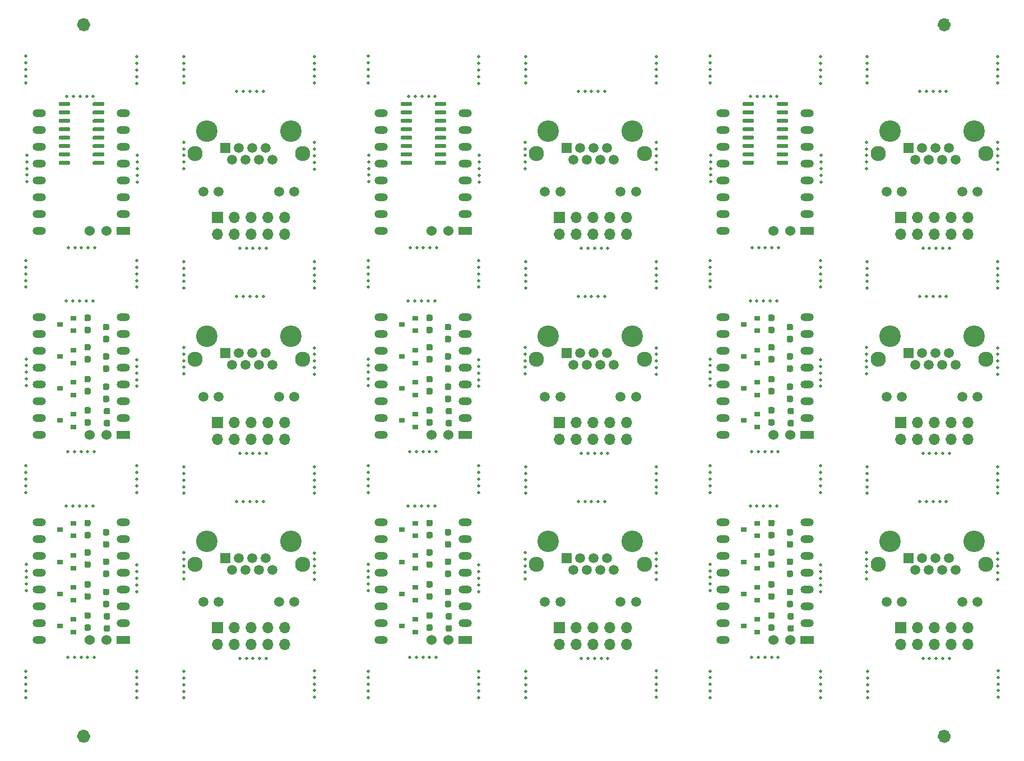
<source format=gbr>
%TF.GenerationSoftware,KiCad,Pcbnew,(5.1.8)-1*%
%TF.CreationDate,2021-02-10T13:28:33-06:00*%
%TF.ProjectId,PanelDrivers,50616e65-6c44-4726-9976-6572732e6b69,rev?*%
%TF.SameCoordinates,Original*%
%TF.FileFunction,Soldermask,Top*%
%TF.FilePolarity,Negative*%
%FSLAX46Y46*%
G04 Gerber Fmt 4.6, Leading zero omitted, Abs format (unit mm)*
G04 Created by KiCad (PCBNEW (5.1.8)-1) date 2021-02-10 13:28:33*
%MOMM*%
%LPD*%
G01*
G04 APERTURE LIST*
%ADD10C,1.000000*%
%ADD11R,1.700000X1.700000*%
%ADD12O,1.700000X1.700000*%
%ADD13C,1.500000*%
%ADD14C,2.300000*%
%ADD15C,3.250000*%
%ADD16R,1.500000X1.500000*%
%ADD17C,0.500000*%
%ADD18R,0.900000X0.800000*%
%ADD19O,2.000000X1.200000*%
%ADD20R,2.000000X1.200000*%
%ADD21C,1.524000*%
G04 APERTURE END LIST*
D10*
%TO.C,FD2*%
X60500000Y-155000000D02*
G75*
G03*
X60500000Y-155000000I-500000J0D01*
G01*
X190500000Y-155000000D02*
G75*
G03*
X190500000Y-155000000I-500000J0D01*
G01*
X190500000Y-47500000D02*
G75*
G03*
X190500000Y-47500000I-500000J0D01*
G01*
X60500000Y-47500000D02*
G75*
G03*
X60500000Y-47500000I-500000J0D01*
G01*
%TD*%
D11*
%TO.C,J5*%
X183456000Y-138612000D03*
D12*
X183456000Y-141152000D03*
X185996000Y-138612000D03*
X185996000Y-141152000D03*
X188536000Y-138612000D03*
X188536000Y-141152000D03*
X191076000Y-138612000D03*
X191076000Y-141152000D03*
X193616000Y-138612000D03*
X193616000Y-141152000D03*
%TD*%
D11*
%TO.C,J5*%
X131856000Y-138612000D03*
D12*
X131856000Y-141152000D03*
X134396000Y-138612000D03*
X134396000Y-141152000D03*
X136936000Y-138612000D03*
X136936000Y-141152000D03*
X139476000Y-138612000D03*
X139476000Y-141152000D03*
X142016000Y-138612000D03*
X142016000Y-141152000D03*
%TD*%
D11*
%TO.C,J5*%
X80256000Y-138612000D03*
D12*
X80256000Y-141152000D03*
X82796000Y-138612000D03*
X82796000Y-141152000D03*
X85336000Y-138612000D03*
X85336000Y-141152000D03*
X87876000Y-138612000D03*
X87876000Y-141152000D03*
X90416000Y-138612000D03*
X90416000Y-141152000D03*
%TD*%
D11*
%TO.C,J5*%
X183456000Y-107612000D03*
D12*
X183456000Y-110152000D03*
X185996000Y-107612000D03*
X185996000Y-110152000D03*
X188536000Y-107612000D03*
X188536000Y-110152000D03*
X191076000Y-107612000D03*
X191076000Y-110152000D03*
X193616000Y-107612000D03*
X193616000Y-110152000D03*
%TD*%
D11*
%TO.C,J5*%
X131856000Y-107612000D03*
D12*
X131856000Y-110152000D03*
X134396000Y-107612000D03*
X134396000Y-110152000D03*
X136936000Y-107612000D03*
X136936000Y-110152000D03*
X139476000Y-107612000D03*
X139476000Y-110152000D03*
X142016000Y-107612000D03*
X142016000Y-110152000D03*
%TD*%
D11*
%TO.C,J5*%
X80256000Y-107612000D03*
D12*
X80256000Y-110152000D03*
X82796000Y-107612000D03*
X82796000Y-110152000D03*
X85336000Y-107612000D03*
X85336000Y-110152000D03*
X87876000Y-107612000D03*
X87876000Y-110152000D03*
X90416000Y-107612000D03*
X90416000Y-110152000D03*
%TD*%
D11*
%TO.C,J5*%
X183456000Y-76612000D03*
D12*
X183456000Y-79152000D03*
X185996000Y-76612000D03*
X185996000Y-79152000D03*
X188536000Y-76612000D03*
X188536000Y-79152000D03*
X191076000Y-76612000D03*
X191076000Y-79152000D03*
X193616000Y-76612000D03*
X193616000Y-79152000D03*
%TD*%
D11*
%TO.C,J5*%
X131856000Y-76612000D03*
D12*
X131856000Y-79152000D03*
X134396000Y-76612000D03*
X134396000Y-79152000D03*
X136936000Y-76612000D03*
X136936000Y-79152000D03*
X139476000Y-76612000D03*
X139476000Y-79152000D03*
X142016000Y-76612000D03*
X142016000Y-79152000D03*
%TD*%
D13*
%TO.C,J6*%
X195020000Y-134700000D03*
X192730000Y-134700000D03*
X183590000Y-134700000D03*
X181300000Y-134700000D03*
D14*
X180030000Y-128990000D03*
X196290000Y-128990000D03*
D15*
X194510000Y-125560000D03*
X181810000Y-125560000D03*
D13*
X191712000Y-129880000D03*
X189680000Y-129880000D03*
X187648000Y-129880000D03*
X185616000Y-129880000D03*
X190696000Y-128100000D03*
X188664000Y-128100000D03*
X186632000Y-128100000D03*
D16*
X184600000Y-128100000D03*
%TD*%
D13*
%TO.C,J6*%
X143420000Y-134700000D03*
X141130000Y-134700000D03*
X131990000Y-134700000D03*
X129700000Y-134700000D03*
D14*
X128430000Y-128990000D03*
X144690000Y-128990000D03*
D15*
X142910000Y-125560000D03*
X130210000Y-125560000D03*
D13*
X140112000Y-129880000D03*
X138080000Y-129880000D03*
X136048000Y-129880000D03*
X134016000Y-129880000D03*
X139096000Y-128100000D03*
X137064000Y-128100000D03*
X135032000Y-128100000D03*
D16*
X133000000Y-128100000D03*
%TD*%
D13*
%TO.C,J6*%
X91820000Y-134700000D03*
X89530000Y-134700000D03*
X80390000Y-134700000D03*
X78100000Y-134700000D03*
D14*
X76830000Y-128990000D03*
X93090000Y-128990000D03*
D15*
X91310000Y-125560000D03*
X78610000Y-125560000D03*
D13*
X88512000Y-129880000D03*
X86480000Y-129880000D03*
X84448000Y-129880000D03*
X82416000Y-129880000D03*
X87496000Y-128100000D03*
X85464000Y-128100000D03*
X83432000Y-128100000D03*
D16*
X81400000Y-128100000D03*
%TD*%
D13*
%TO.C,J6*%
X195020000Y-103700000D03*
X192730000Y-103700000D03*
X183590000Y-103700000D03*
X181300000Y-103700000D03*
D14*
X180030000Y-97990000D03*
X196290000Y-97990000D03*
D15*
X194510000Y-94560000D03*
X181810000Y-94560000D03*
D13*
X191712000Y-98880000D03*
X189680000Y-98880000D03*
X187648000Y-98880000D03*
X185616000Y-98880000D03*
X190696000Y-97100000D03*
X188664000Y-97100000D03*
X186632000Y-97100000D03*
D16*
X184600000Y-97100000D03*
%TD*%
D13*
%TO.C,J6*%
X143420000Y-103700000D03*
X141130000Y-103700000D03*
X131990000Y-103700000D03*
X129700000Y-103700000D03*
D14*
X128430000Y-97990000D03*
X144690000Y-97990000D03*
D15*
X142910000Y-94560000D03*
X130210000Y-94560000D03*
D13*
X140112000Y-98880000D03*
X138080000Y-98880000D03*
X136048000Y-98880000D03*
X134016000Y-98880000D03*
X139096000Y-97100000D03*
X137064000Y-97100000D03*
X135032000Y-97100000D03*
D16*
X133000000Y-97100000D03*
%TD*%
D13*
%TO.C,J6*%
X91820000Y-103700000D03*
X89530000Y-103700000D03*
X80390000Y-103700000D03*
X78100000Y-103700000D03*
D14*
X76830000Y-97990000D03*
X93090000Y-97990000D03*
D15*
X91310000Y-94560000D03*
X78610000Y-94560000D03*
D13*
X88512000Y-98880000D03*
X86480000Y-98880000D03*
X84448000Y-98880000D03*
X82416000Y-98880000D03*
X87496000Y-97100000D03*
X85464000Y-97100000D03*
X83432000Y-97100000D03*
D16*
X81400000Y-97100000D03*
%TD*%
D13*
%TO.C,J6*%
X195020000Y-72700000D03*
X192730000Y-72700000D03*
X183590000Y-72700000D03*
X181300000Y-72700000D03*
D14*
X180030000Y-66990000D03*
X196290000Y-66990000D03*
D15*
X194510000Y-63560000D03*
X181810000Y-63560000D03*
D13*
X191712000Y-67880000D03*
X189680000Y-67880000D03*
X187648000Y-67880000D03*
X185616000Y-67880000D03*
X190696000Y-66100000D03*
X188664000Y-66100000D03*
X186632000Y-66100000D03*
D16*
X184600000Y-66100000D03*
%TD*%
D13*
%TO.C,J6*%
X143420000Y-72700000D03*
X141130000Y-72700000D03*
X131990000Y-72700000D03*
X129700000Y-72700000D03*
D14*
X128430000Y-66990000D03*
X144690000Y-66990000D03*
D15*
X142910000Y-63560000D03*
X130210000Y-63560000D03*
D13*
X140112000Y-67880000D03*
X138080000Y-67880000D03*
X136048000Y-67880000D03*
X134016000Y-67880000D03*
X139096000Y-66100000D03*
X137064000Y-66100000D03*
X135032000Y-66100000D03*
D16*
X133000000Y-66100000D03*
%TD*%
D17*
%TO.C,REF\u002A\u002A*%
X198100000Y-131297400D03*
X198100000Y-127297400D03*
X198100000Y-130297400D03*
X198100000Y-128297400D03*
X198100000Y-129297400D03*
%TD*%
%TO.C,REF\u002A\u002A*%
X146500000Y-131297400D03*
X146500000Y-127297400D03*
X146500000Y-130297400D03*
X146500000Y-128297400D03*
X146500000Y-129297400D03*
%TD*%
%TO.C,REF\u002A\u002A*%
X94900000Y-131297400D03*
X94900000Y-127297400D03*
X94900000Y-130297400D03*
X94900000Y-128297400D03*
X94900000Y-129297400D03*
%TD*%
%TO.C,REF\u002A\u002A*%
X198100000Y-100297400D03*
X198100000Y-96297400D03*
X198100000Y-99297400D03*
X198100000Y-97297400D03*
X198100000Y-98297400D03*
%TD*%
%TO.C,REF\u002A\u002A*%
X146500000Y-100297400D03*
X146500000Y-96297400D03*
X146500000Y-99297400D03*
X146500000Y-97297400D03*
X146500000Y-98297400D03*
%TD*%
%TO.C,REF\u002A\u002A*%
X94900000Y-100297400D03*
X94900000Y-96297400D03*
X94900000Y-99297400D03*
X94900000Y-97297400D03*
X94900000Y-98297400D03*
%TD*%
%TO.C,REF\u002A\u002A*%
X198100000Y-69297400D03*
X198100000Y-65297400D03*
X198100000Y-68297400D03*
X198100000Y-66297400D03*
X198100000Y-67297400D03*
%TD*%
%TO.C,REF\u002A\u002A*%
X146500000Y-69297400D03*
X146500000Y-65297400D03*
X146500000Y-68297400D03*
X146500000Y-66297400D03*
X146500000Y-67297400D03*
%TD*%
%TO.C,REF\u002A\u002A*%
X178300000Y-127246600D03*
X178300000Y-131246600D03*
X178300000Y-128246600D03*
X178300000Y-130246600D03*
X178300000Y-129246600D03*
%TD*%
%TO.C,REF\u002A\u002A*%
X126700000Y-127246600D03*
X126700000Y-131246600D03*
X126700000Y-128246600D03*
X126700000Y-130246600D03*
X126700000Y-129246600D03*
%TD*%
%TO.C,REF\u002A\u002A*%
X75100000Y-127246600D03*
X75100000Y-131246600D03*
X75100000Y-128246600D03*
X75100000Y-130246600D03*
X75100000Y-129246600D03*
%TD*%
%TO.C,REF\u002A\u002A*%
X178300000Y-96246600D03*
X178300000Y-100246600D03*
X178300000Y-97246600D03*
X178300000Y-99246600D03*
X178300000Y-98246600D03*
%TD*%
%TO.C,REF\u002A\u002A*%
X126700000Y-96246600D03*
X126700000Y-100246600D03*
X126700000Y-97246600D03*
X126700000Y-99246600D03*
X126700000Y-98246600D03*
%TD*%
%TO.C,REF\u002A\u002A*%
X75100000Y-96246600D03*
X75100000Y-100246600D03*
X75100000Y-97246600D03*
X75100000Y-99246600D03*
X75100000Y-98246600D03*
%TD*%
%TO.C,REF\u002A\u002A*%
X178300000Y-65246600D03*
X178300000Y-69246600D03*
X178300000Y-66246600D03*
X178300000Y-68246600D03*
X178300000Y-67246600D03*
%TD*%
%TO.C,REF\u002A\u002A*%
X126700000Y-65246600D03*
X126700000Y-69246600D03*
X126700000Y-66246600D03*
X126700000Y-68246600D03*
X126700000Y-67246600D03*
%TD*%
%TO.C,REF\u002A\u002A*%
X178350000Y-116300000D03*
X178350000Y-117300000D03*
X178350000Y-115300000D03*
X178350000Y-118300000D03*
X178350000Y-114300000D03*
%TD*%
%TO.C,REF\u002A\u002A*%
X126750000Y-116300000D03*
X126750000Y-117300000D03*
X126750000Y-115300000D03*
X126750000Y-118300000D03*
X126750000Y-114300000D03*
%TD*%
%TO.C,REF\u002A\u002A*%
X75150000Y-116300000D03*
X75150000Y-117300000D03*
X75150000Y-115300000D03*
X75150000Y-118300000D03*
X75150000Y-114300000D03*
%TD*%
%TO.C,REF\u002A\u002A*%
X178350000Y-85300000D03*
X178350000Y-86300000D03*
X178350000Y-84300000D03*
X178350000Y-87300000D03*
X178350000Y-83300000D03*
%TD*%
%TO.C,REF\u002A\u002A*%
X126750000Y-85300000D03*
X126750000Y-86300000D03*
X126750000Y-84300000D03*
X126750000Y-87300000D03*
X126750000Y-83300000D03*
%TD*%
%TO.C,REF\u002A\u002A*%
X75150000Y-85300000D03*
X75150000Y-86300000D03*
X75150000Y-84300000D03*
X75150000Y-87300000D03*
X75150000Y-83300000D03*
%TD*%
%TO.C,REF\u002A\u002A*%
X178350000Y-54300000D03*
X178350000Y-55300000D03*
X178350000Y-53300000D03*
X178350000Y-56300000D03*
X178350000Y-52300000D03*
%TD*%
%TO.C,REF\u002A\u002A*%
X126750000Y-54300000D03*
X126750000Y-55300000D03*
X126750000Y-53300000D03*
X126750000Y-56300000D03*
X126750000Y-52300000D03*
%TD*%
%TO.C,REF\u002A\u002A*%
X186778200Y-143241000D03*
X190778200Y-143241000D03*
X187778200Y-143241000D03*
X189778200Y-143241000D03*
X188778200Y-143241000D03*
%TD*%
%TO.C,REF\u002A\u002A*%
X135178200Y-143241000D03*
X139178200Y-143241000D03*
X136178200Y-143241000D03*
X138178200Y-143241000D03*
X137178200Y-143241000D03*
%TD*%
%TO.C,REF\u002A\u002A*%
X83578200Y-143241000D03*
X87578200Y-143241000D03*
X84578200Y-143241000D03*
X86578200Y-143241000D03*
X85578200Y-143241000D03*
%TD*%
%TO.C,REF\u002A\u002A*%
X186778200Y-112241000D03*
X190778200Y-112241000D03*
X187778200Y-112241000D03*
X189778200Y-112241000D03*
X188778200Y-112241000D03*
%TD*%
%TO.C,REF\u002A\u002A*%
X135178200Y-112241000D03*
X139178200Y-112241000D03*
X136178200Y-112241000D03*
X138178200Y-112241000D03*
X137178200Y-112241000D03*
%TD*%
%TO.C,REF\u002A\u002A*%
X83578200Y-112241000D03*
X87578200Y-112241000D03*
X84578200Y-112241000D03*
X86578200Y-112241000D03*
X85578200Y-112241000D03*
%TD*%
%TO.C,REF\u002A\u002A*%
X186778200Y-81241000D03*
X190778200Y-81241000D03*
X187778200Y-81241000D03*
X189778200Y-81241000D03*
X188778200Y-81241000D03*
%TD*%
%TO.C,REF\u002A\u002A*%
X135178200Y-81241000D03*
X139178200Y-81241000D03*
X136178200Y-81241000D03*
X138178200Y-81241000D03*
X137178200Y-81241000D03*
%TD*%
%TO.C,REF\u002A\u002A*%
X198100000Y-118300000D03*
X198100000Y-114300000D03*
X198100000Y-117300000D03*
X198100000Y-115300000D03*
X198100000Y-116300000D03*
%TD*%
%TO.C,REF\u002A\u002A*%
X146500000Y-118300000D03*
X146500000Y-114300000D03*
X146500000Y-117300000D03*
X146500000Y-115300000D03*
X146500000Y-116300000D03*
%TD*%
%TO.C,REF\u002A\u002A*%
X94900000Y-118300000D03*
X94900000Y-114300000D03*
X94900000Y-117300000D03*
X94900000Y-115300000D03*
X94900000Y-116300000D03*
%TD*%
%TO.C,REF\u002A\u002A*%
X198100000Y-87300000D03*
X198100000Y-83300000D03*
X198100000Y-86300000D03*
X198100000Y-84300000D03*
X198100000Y-85300000D03*
%TD*%
%TO.C,REF\u002A\u002A*%
X146500000Y-87300000D03*
X146500000Y-83300000D03*
X146500000Y-86300000D03*
X146500000Y-84300000D03*
X146500000Y-85300000D03*
%TD*%
%TO.C,REF\u002A\u002A*%
X94900000Y-87300000D03*
X94900000Y-83300000D03*
X94900000Y-86300000D03*
X94900000Y-84300000D03*
X94900000Y-85300000D03*
%TD*%
%TO.C,REF\u002A\u002A*%
X198100000Y-56300000D03*
X198100000Y-52300000D03*
X198100000Y-55300000D03*
X198100000Y-53300000D03*
X198100000Y-54300000D03*
%TD*%
%TO.C,REF\u002A\u002A*%
X146500000Y-56300000D03*
X146500000Y-52300000D03*
X146500000Y-55300000D03*
X146500000Y-53300000D03*
X146500000Y-54300000D03*
%TD*%
%TO.C,REF\u002A\u002A*%
X190321000Y-119527000D03*
X186321000Y-119527000D03*
X189321000Y-119527000D03*
X187321000Y-119527000D03*
X188321000Y-119527000D03*
%TD*%
%TO.C,REF\u002A\u002A*%
X138721000Y-119527000D03*
X134721000Y-119527000D03*
X137721000Y-119527000D03*
X135721000Y-119527000D03*
X136721000Y-119527000D03*
%TD*%
%TO.C,REF\u002A\u002A*%
X87121000Y-119527000D03*
X83121000Y-119527000D03*
X86121000Y-119527000D03*
X84121000Y-119527000D03*
X85121000Y-119527000D03*
%TD*%
%TO.C,REF\u002A\u002A*%
X190321000Y-88527000D03*
X186321000Y-88527000D03*
X189321000Y-88527000D03*
X187321000Y-88527000D03*
X188321000Y-88527000D03*
%TD*%
%TO.C,REF\u002A\u002A*%
X138721000Y-88527000D03*
X134721000Y-88527000D03*
X137721000Y-88527000D03*
X135721000Y-88527000D03*
X136721000Y-88527000D03*
%TD*%
%TO.C,REF\u002A\u002A*%
X87121000Y-88527000D03*
X83121000Y-88527000D03*
X86121000Y-88527000D03*
X84121000Y-88527000D03*
X85121000Y-88527000D03*
%TD*%
%TO.C,REF\u002A\u002A*%
X190321000Y-57527000D03*
X186321000Y-57527000D03*
X189321000Y-57527000D03*
X187321000Y-57527000D03*
X188321000Y-57527000D03*
%TD*%
%TO.C,REF\u002A\u002A*%
X138721000Y-57527000D03*
X134721000Y-57527000D03*
X137721000Y-57527000D03*
X135721000Y-57527000D03*
X136721000Y-57527000D03*
%TD*%
D12*
%TO.C,J5*%
X90416000Y-79152000D03*
X90416000Y-76612000D03*
X87876000Y-79152000D03*
X87876000Y-76612000D03*
X85336000Y-79152000D03*
X85336000Y-76612000D03*
X82796000Y-79152000D03*
X82796000Y-76612000D03*
X80256000Y-79152000D03*
D11*
X80256000Y-76612000D03*
%TD*%
D17*
%TO.C,REF\u002A\u002A*%
X178450000Y-147200000D03*
X178450000Y-148200000D03*
X178450000Y-146200000D03*
X178450000Y-149200000D03*
X178450000Y-145200000D03*
%TD*%
%TO.C,REF\u002A\u002A*%
X126800000Y-147200000D03*
X126800000Y-148200000D03*
X126800000Y-146200000D03*
X126800000Y-149200000D03*
X126800000Y-145200000D03*
%TD*%
%TO.C,REF\u002A\u002A*%
X198150000Y-147100000D03*
X198150000Y-146100000D03*
X198150000Y-148100000D03*
X198150000Y-145100000D03*
X198150000Y-149100000D03*
%TD*%
%TO.C,REF\u002A\u002A*%
X146500000Y-147100000D03*
X146500000Y-146100000D03*
X146500000Y-148100000D03*
X146500000Y-145100000D03*
X146500000Y-149100000D03*
%TD*%
%TO.C,R9*%
G36*
G01*
X164131300Y-137240200D02*
X163656300Y-137240200D01*
G75*
G02*
X163418800Y-137002700I0J237500D01*
G01*
X163418800Y-136502700D01*
G75*
G02*
X163656300Y-136265200I237500J0D01*
G01*
X164131300Y-136265200D01*
G75*
G02*
X164368800Y-136502700I0J-237500D01*
G01*
X164368800Y-137002700D01*
G75*
G02*
X164131300Y-137240200I-237500J0D01*
G01*
G37*
G36*
G01*
X164131300Y-139065200D02*
X163656300Y-139065200D01*
G75*
G02*
X163418800Y-138827700I0J237500D01*
G01*
X163418800Y-138327700D01*
G75*
G02*
X163656300Y-138090200I237500J0D01*
G01*
X164131300Y-138090200D01*
G75*
G02*
X164368800Y-138327700I0J-237500D01*
G01*
X164368800Y-138827700D01*
G75*
G02*
X164131300Y-139065200I-237500J0D01*
G01*
G37*
%TD*%
%TO.C,R9*%
G36*
G01*
X112481300Y-137240200D02*
X112006300Y-137240200D01*
G75*
G02*
X111768800Y-137002700I0J237500D01*
G01*
X111768800Y-136502700D01*
G75*
G02*
X112006300Y-136265200I237500J0D01*
G01*
X112481300Y-136265200D01*
G75*
G02*
X112718800Y-136502700I0J-237500D01*
G01*
X112718800Y-137002700D01*
G75*
G02*
X112481300Y-137240200I-237500J0D01*
G01*
G37*
G36*
G01*
X112481300Y-139065200D02*
X112006300Y-139065200D01*
G75*
G02*
X111768800Y-138827700I0J237500D01*
G01*
X111768800Y-138327700D01*
G75*
G02*
X112006300Y-138090200I237500J0D01*
G01*
X112481300Y-138090200D01*
G75*
G02*
X112718800Y-138327700I0J-237500D01*
G01*
X112718800Y-138827700D01*
G75*
G02*
X112481300Y-139065200I-237500J0D01*
G01*
G37*
%TD*%
%TO.C,R10*%
G36*
G01*
X166925300Y-130937200D02*
X166450300Y-130937200D01*
G75*
G02*
X166212800Y-130699700I0J237500D01*
G01*
X166212800Y-130199700D01*
G75*
G02*
X166450300Y-129962200I237500J0D01*
G01*
X166925300Y-129962200D01*
G75*
G02*
X167162800Y-130199700I0J-237500D01*
G01*
X167162800Y-130699700D01*
G75*
G02*
X166925300Y-130937200I-237500J0D01*
G01*
G37*
G36*
G01*
X166925300Y-129112200D02*
X166450300Y-129112200D01*
G75*
G02*
X166212800Y-128874700I0J237500D01*
G01*
X166212800Y-128374700D01*
G75*
G02*
X166450300Y-128137200I237500J0D01*
G01*
X166925300Y-128137200D01*
G75*
G02*
X167162800Y-128374700I0J-237500D01*
G01*
X167162800Y-128874700D01*
G75*
G02*
X166925300Y-129112200I-237500J0D01*
G01*
G37*
%TD*%
%TO.C,R10*%
G36*
G01*
X115275300Y-130937200D02*
X114800300Y-130937200D01*
G75*
G02*
X114562800Y-130699700I0J237500D01*
G01*
X114562800Y-130199700D01*
G75*
G02*
X114800300Y-129962200I237500J0D01*
G01*
X115275300Y-129962200D01*
G75*
G02*
X115512800Y-130199700I0J-237500D01*
G01*
X115512800Y-130699700D01*
G75*
G02*
X115275300Y-130937200I-237500J0D01*
G01*
G37*
G36*
G01*
X115275300Y-129112200D02*
X114800300Y-129112200D01*
G75*
G02*
X114562800Y-128874700I0J237500D01*
G01*
X114562800Y-128374700D01*
G75*
G02*
X114800300Y-128137200I237500J0D01*
G01*
X115275300Y-128137200D01*
G75*
G02*
X115512800Y-128374700I0J-237500D01*
G01*
X115512800Y-128874700D01*
G75*
G02*
X115275300Y-129112200I-237500J0D01*
G01*
G37*
%TD*%
%TO.C,R21*%
G36*
G01*
X164131300Y-123270200D02*
X163656300Y-123270200D01*
G75*
G02*
X163418800Y-123032700I0J237500D01*
G01*
X163418800Y-122532700D01*
G75*
G02*
X163656300Y-122295200I237500J0D01*
G01*
X164131300Y-122295200D01*
G75*
G02*
X164368800Y-122532700I0J-237500D01*
G01*
X164368800Y-123032700D01*
G75*
G02*
X164131300Y-123270200I-237500J0D01*
G01*
G37*
G36*
G01*
X164131300Y-125095200D02*
X163656300Y-125095200D01*
G75*
G02*
X163418800Y-124857700I0J237500D01*
G01*
X163418800Y-124357700D01*
G75*
G02*
X163656300Y-124120200I237500J0D01*
G01*
X164131300Y-124120200D01*
G75*
G02*
X164368800Y-124357700I0J-237500D01*
G01*
X164368800Y-124857700D01*
G75*
G02*
X164131300Y-125095200I-237500J0D01*
G01*
G37*
%TD*%
%TO.C,R21*%
G36*
G01*
X112481300Y-123270200D02*
X112006300Y-123270200D01*
G75*
G02*
X111768800Y-123032700I0J237500D01*
G01*
X111768800Y-122532700D01*
G75*
G02*
X112006300Y-122295200I237500J0D01*
G01*
X112481300Y-122295200D01*
G75*
G02*
X112718800Y-122532700I0J-237500D01*
G01*
X112718800Y-123032700D01*
G75*
G02*
X112481300Y-123270200I-237500J0D01*
G01*
G37*
G36*
G01*
X112481300Y-125095200D02*
X112006300Y-125095200D01*
G75*
G02*
X111768800Y-124857700I0J237500D01*
G01*
X111768800Y-124357700D01*
G75*
G02*
X112006300Y-124120200I237500J0D01*
G01*
X112481300Y-124120200D01*
G75*
G02*
X112718800Y-124357700I0J-237500D01*
G01*
X112718800Y-124857700D01*
G75*
G02*
X112481300Y-125095200I-237500J0D01*
G01*
G37*
%TD*%
D18*
%TO.C,Q2*%
X159718800Y-138300200D03*
X161718800Y-137350200D03*
X161718800Y-139250200D03*
%TD*%
%TO.C,Q2*%
X108068800Y-138300200D03*
X110068800Y-137350200D03*
X110068800Y-139250200D03*
%TD*%
%TO.C,Q4*%
X161718800Y-134424200D03*
X161718800Y-132524200D03*
X159718800Y-133474200D03*
%TD*%
%TO.C,Q4*%
X110068800Y-134424200D03*
X110068800Y-132524200D03*
X108068800Y-133474200D03*
%TD*%
%TO.C,R8*%
G36*
G01*
X167052300Y-139192200D02*
X166577300Y-139192200D01*
G75*
G02*
X166339800Y-138954700I0J237500D01*
G01*
X166339800Y-138454700D01*
G75*
G02*
X166577300Y-138217200I237500J0D01*
G01*
X167052300Y-138217200D01*
G75*
G02*
X167289800Y-138454700I0J-237500D01*
G01*
X167289800Y-138954700D01*
G75*
G02*
X167052300Y-139192200I-237500J0D01*
G01*
G37*
G36*
G01*
X167052300Y-137367200D02*
X166577300Y-137367200D01*
G75*
G02*
X166339800Y-137129700I0J237500D01*
G01*
X166339800Y-136629700D01*
G75*
G02*
X166577300Y-136392200I237500J0D01*
G01*
X167052300Y-136392200D01*
G75*
G02*
X167289800Y-136629700I0J-237500D01*
G01*
X167289800Y-137129700D01*
G75*
G02*
X167052300Y-137367200I-237500J0D01*
G01*
G37*
%TD*%
%TO.C,R8*%
G36*
G01*
X115402300Y-139192200D02*
X114927300Y-139192200D01*
G75*
G02*
X114689800Y-138954700I0J237500D01*
G01*
X114689800Y-138454700D01*
G75*
G02*
X114927300Y-138217200I237500J0D01*
G01*
X115402300Y-138217200D01*
G75*
G02*
X115639800Y-138454700I0J-237500D01*
G01*
X115639800Y-138954700D01*
G75*
G02*
X115402300Y-139192200I-237500J0D01*
G01*
G37*
G36*
G01*
X115402300Y-137367200D02*
X114927300Y-137367200D01*
G75*
G02*
X114689800Y-137129700I0J237500D01*
G01*
X114689800Y-136629700D01*
G75*
G02*
X114927300Y-136392200I237500J0D01*
G01*
X115402300Y-136392200D01*
G75*
G02*
X115639800Y-136629700I0J-237500D01*
G01*
X115639800Y-137129700D01*
G75*
G02*
X115402300Y-137367200I-237500J0D01*
G01*
G37*
%TD*%
%TO.C,Q3*%
X159718800Y-128648200D03*
X161718800Y-127698200D03*
X161718800Y-129598200D03*
%TD*%
%TO.C,Q3*%
X108068800Y-128648200D03*
X110068800Y-127698200D03*
X110068800Y-129598200D03*
%TD*%
%TO.C,R20*%
G36*
G01*
X166925300Y-126492200D02*
X166450300Y-126492200D01*
G75*
G02*
X166212800Y-126254700I0J237500D01*
G01*
X166212800Y-125754700D01*
G75*
G02*
X166450300Y-125517200I237500J0D01*
G01*
X166925300Y-125517200D01*
G75*
G02*
X167162800Y-125754700I0J-237500D01*
G01*
X167162800Y-126254700D01*
G75*
G02*
X166925300Y-126492200I-237500J0D01*
G01*
G37*
G36*
G01*
X166925300Y-124667200D02*
X166450300Y-124667200D01*
G75*
G02*
X166212800Y-124429700I0J237500D01*
G01*
X166212800Y-123929700D01*
G75*
G02*
X166450300Y-123692200I237500J0D01*
G01*
X166925300Y-123692200D01*
G75*
G02*
X167162800Y-123929700I0J-237500D01*
G01*
X167162800Y-124429700D01*
G75*
G02*
X166925300Y-124667200I-237500J0D01*
G01*
G37*
%TD*%
%TO.C,R20*%
G36*
G01*
X115275300Y-126492200D02*
X114800300Y-126492200D01*
G75*
G02*
X114562800Y-126254700I0J237500D01*
G01*
X114562800Y-125754700D01*
G75*
G02*
X114800300Y-125517200I237500J0D01*
G01*
X115275300Y-125517200D01*
G75*
G02*
X115512800Y-125754700I0J-237500D01*
G01*
X115512800Y-126254700D01*
G75*
G02*
X115275300Y-126492200I-237500J0D01*
G01*
G37*
G36*
G01*
X115275300Y-124667200D02*
X114800300Y-124667200D01*
G75*
G02*
X114562800Y-124429700I0J237500D01*
G01*
X114562800Y-123929700D01*
G75*
G02*
X114800300Y-123692200I237500J0D01*
G01*
X115275300Y-123692200D01*
G75*
G02*
X115512800Y-123929700I0J-237500D01*
G01*
X115512800Y-124429700D01*
G75*
G02*
X115275300Y-124667200I-237500J0D01*
G01*
G37*
%TD*%
D17*
%TO.C,REF\u002A\u002A*%
X154651300Y-130998700D03*
X154651300Y-131998700D03*
X154651300Y-129998700D03*
X154651300Y-132998700D03*
X154651300Y-128998700D03*
%TD*%
%TO.C,REF\u002A\u002A*%
X103001300Y-130998700D03*
X103001300Y-131998700D03*
X103001300Y-129998700D03*
X103001300Y-132998700D03*
X103001300Y-128998700D03*
%TD*%
D19*
%TO.C,~*%
X156555801Y-140479201D03*
D20*
X169255801Y-140479201D03*
D19*
X156555801Y-137939201D03*
X169255801Y-137939201D03*
X156555801Y-135399201D03*
X169255801Y-135399201D03*
X156555801Y-132859201D03*
X169255801Y-132859201D03*
X156555801Y-130319201D03*
X169255801Y-130319201D03*
X156555801Y-127779201D03*
X169255801Y-127779201D03*
X156555801Y-125239201D03*
X169255801Y-125239201D03*
X156555801Y-122699201D03*
X169255801Y-122699201D03*
D21*
X166715801Y-140479201D03*
X164175801Y-140479201D03*
%TD*%
D19*
%TO.C,~*%
X104905801Y-140479201D03*
D20*
X117605801Y-140479201D03*
D19*
X104905801Y-137939201D03*
X117605801Y-137939201D03*
X104905801Y-135399201D03*
X117605801Y-135399201D03*
X104905801Y-132859201D03*
X117605801Y-132859201D03*
X104905801Y-130319201D03*
X117605801Y-130319201D03*
X104905801Y-127779201D03*
X117605801Y-127779201D03*
X104905801Y-125239201D03*
X117605801Y-125239201D03*
X104905801Y-122699201D03*
X117605801Y-122699201D03*
D21*
X115065801Y-140479201D03*
X112525801Y-140479201D03*
%TD*%
D17*
%TO.C,REF\u002A\u002A*%
X162694500Y-120210700D03*
X161694500Y-120210700D03*
X163694500Y-120210700D03*
X160694500Y-120210700D03*
X164694500Y-120210700D03*
%TD*%
%TO.C,REF\u002A\u002A*%
X111044500Y-120210700D03*
X110044500Y-120210700D03*
X112044500Y-120210700D03*
X109044500Y-120210700D03*
X113044500Y-120210700D03*
%TD*%
D18*
%TO.C,Q5*%
X161734800Y-124711200D03*
X161734800Y-122811200D03*
X159734800Y-123761200D03*
%TD*%
%TO.C,Q5*%
X110084800Y-124711200D03*
X110084800Y-122811200D03*
X108084800Y-123761200D03*
%TD*%
%TO.C,R19*%
G36*
G01*
X164131300Y-132541200D02*
X163656300Y-132541200D01*
G75*
G02*
X163418800Y-132303700I0J237500D01*
G01*
X163418800Y-131803700D01*
G75*
G02*
X163656300Y-131566200I237500J0D01*
G01*
X164131300Y-131566200D01*
G75*
G02*
X164368800Y-131803700I0J-237500D01*
G01*
X164368800Y-132303700D01*
G75*
G02*
X164131300Y-132541200I-237500J0D01*
G01*
G37*
G36*
G01*
X164131300Y-134366200D02*
X163656300Y-134366200D01*
G75*
G02*
X163418800Y-134128700I0J237500D01*
G01*
X163418800Y-133628700D01*
G75*
G02*
X163656300Y-133391200I237500J0D01*
G01*
X164131300Y-133391200D01*
G75*
G02*
X164368800Y-133628700I0J-237500D01*
G01*
X164368800Y-134128700D01*
G75*
G02*
X164131300Y-134366200I-237500J0D01*
G01*
G37*
%TD*%
%TO.C,R19*%
G36*
G01*
X112481300Y-132541200D02*
X112006300Y-132541200D01*
G75*
G02*
X111768800Y-132303700I0J237500D01*
G01*
X111768800Y-131803700D01*
G75*
G02*
X112006300Y-131566200I237500J0D01*
G01*
X112481300Y-131566200D01*
G75*
G02*
X112718800Y-131803700I0J-237500D01*
G01*
X112718800Y-132303700D01*
G75*
G02*
X112481300Y-132541200I-237500J0D01*
G01*
G37*
G36*
G01*
X112481300Y-134366200D02*
X112006300Y-134366200D01*
G75*
G02*
X111768800Y-134128700I0J237500D01*
G01*
X111768800Y-133628700D01*
G75*
G02*
X112006300Y-133391200I237500J0D01*
G01*
X112481300Y-133391200D01*
G75*
G02*
X112718800Y-133628700I0J-237500D01*
G01*
X112718800Y-134128700D01*
G75*
G02*
X112481300Y-134366200I-237500J0D01*
G01*
G37*
%TD*%
%TO.C,R18*%
G36*
G01*
X166925300Y-135509200D02*
X166450300Y-135509200D01*
G75*
G02*
X166212800Y-135271700I0J237500D01*
G01*
X166212800Y-134771700D01*
G75*
G02*
X166450300Y-134534200I237500J0D01*
G01*
X166925300Y-134534200D01*
G75*
G02*
X167162800Y-134771700I0J-237500D01*
G01*
X167162800Y-135271700D01*
G75*
G02*
X166925300Y-135509200I-237500J0D01*
G01*
G37*
G36*
G01*
X166925300Y-133684200D02*
X166450300Y-133684200D01*
G75*
G02*
X166212800Y-133446700I0J237500D01*
G01*
X166212800Y-132946700D01*
G75*
G02*
X166450300Y-132709200I237500J0D01*
G01*
X166925300Y-132709200D01*
G75*
G02*
X167162800Y-132946700I0J-237500D01*
G01*
X167162800Y-133446700D01*
G75*
G02*
X166925300Y-133684200I-237500J0D01*
G01*
G37*
%TD*%
%TO.C,R18*%
G36*
G01*
X115275300Y-135509200D02*
X114800300Y-135509200D01*
G75*
G02*
X114562800Y-135271700I0J237500D01*
G01*
X114562800Y-134771700D01*
G75*
G02*
X114800300Y-134534200I237500J0D01*
G01*
X115275300Y-134534200D01*
G75*
G02*
X115512800Y-134771700I0J-237500D01*
G01*
X115512800Y-135271700D01*
G75*
G02*
X115275300Y-135509200I-237500J0D01*
G01*
G37*
G36*
G01*
X115275300Y-133684200D02*
X114800300Y-133684200D01*
G75*
G02*
X114562800Y-133446700I0J237500D01*
G01*
X114562800Y-132946700D01*
G75*
G02*
X114800300Y-132709200I237500J0D01*
G01*
X115275300Y-132709200D01*
G75*
G02*
X115512800Y-132946700I0J-237500D01*
G01*
X115512800Y-133446700D01*
G75*
G02*
X115275300Y-133684200I-237500J0D01*
G01*
G37*
%TD*%
%TO.C,R17*%
G36*
G01*
X164131300Y-127715200D02*
X163656300Y-127715200D01*
G75*
G02*
X163418800Y-127477700I0J237500D01*
G01*
X163418800Y-126977700D01*
G75*
G02*
X163656300Y-126740200I237500J0D01*
G01*
X164131300Y-126740200D01*
G75*
G02*
X164368800Y-126977700I0J-237500D01*
G01*
X164368800Y-127477700D01*
G75*
G02*
X164131300Y-127715200I-237500J0D01*
G01*
G37*
G36*
G01*
X164131300Y-129540200D02*
X163656300Y-129540200D01*
G75*
G02*
X163418800Y-129302700I0J237500D01*
G01*
X163418800Y-128802700D01*
G75*
G02*
X163656300Y-128565200I237500J0D01*
G01*
X164131300Y-128565200D01*
G75*
G02*
X164368800Y-128802700I0J-237500D01*
G01*
X164368800Y-129302700D01*
G75*
G02*
X164131300Y-129540200I-237500J0D01*
G01*
G37*
%TD*%
%TO.C,R17*%
G36*
G01*
X112481300Y-127715200D02*
X112006300Y-127715200D01*
G75*
G02*
X111768800Y-127477700I0J237500D01*
G01*
X111768800Y-126977700D01*
G75*
G02*
X112006300Y-126740200I237500J0D01*
G01*
X112481300Y-126740200D01*
G75*
G02*
X112718800Y-126977700I0J-237500D01*
G01*
X112718800Y-127477700D01*
G75*
G02*
X112481300Y-127715200I-237500J0D01*
G01*
G37*
G36*
G01*
X112481300Y-129540200D02*
X112006300Y-129540200D01*
G75*
G02*
X111768800Y-129302700I0J237500D01*
G01*
X111768800Y-128802700D01*
G75*
G02*
X112006300Y-128565200I237500J0D01*
G01*
X112481300Y-128565200D01*
G75*
G02*
X112718800Y-128802700I0J-237500D01*
G01*
X112718800Y-129302700D01*
G75*
G02*
X112481300Y-129540200I-237500J0D01*
G01*
G37*
%TD*%
D17*
%TO.C,REF\u002A\u002A*%
X171300000Y-131136800D03*
X171300000Y-130136800D03*
X171300000Y-132136800D03*
X171300000Y-129136800D03*
X171300000Y-133136800D03*
%TD*%
%TO.C,REF\u002A\u002A*%
X119650000Y-131136800D03*
X119650000Y-130136800D03*
X119650000Y-132136800D03*
X119650000Y-129136800D03*
X119650000Y-133136800D03*
%TD*%
%TO.C,REF\u002A\u002A*%
X154600000Y-145150000D03*
X154600000Y-149150000D03*
X154600000Y-146150000D03*
X154600000Y-148150000D03*
X154600000Y-147150000D03*
%TD*%
%TO.C,REF\u002A\u002A*%
X102950000Y-145150000D03*
X102950000Y-149150000D03*
X102950000Y-146150000D03*
X102950000Y-148150000D03*
X102950000Y-147150000D03*
%TD*%
%TO.C,REF\u002A\u002A*%
X162910400Y-143040800D03*
X163910400Y-143040800D03*
X161910400Y-143040800D03*
X164910400Y-143040800D03*
X160910400Y-143040800D03*
%TD*%
%TO.C,REF\u002A\u002A*%
X111260400Y-143040800D03*
X112260400Y-143040800D03*
X110260400Y-143040800D03*
X113260400Y-143040800D03*
X109260400Y-143040800D03*
%TD*%
%TO.C,REF\u002A\u002A*%
X171300000Y-149150000D03*
X171300000Y-145150000D03*
X171300000Y-148150000D03*
X171300000Y-146150000D03*
X171300000Y-147150000D03*
%TD*%
%TO.C,REF\u002A\u002A*%
X119650000Y-149150000D03*
X119650000Y-145150000D03*
X119650000Y-148150000D03*
X119650000Y-146150000D03*
X119650000Y-147150000D03*
%TD*%
%TO.C,REF\u002A\u002A*%
X154600000Y-52250000D03*
X154600000Y-56250000D03*
X154600000Y-53250000D03*
X154600000Y-55250000D03*
X154600000Y-54250000D03*
%TD*%
%TO.C,REF\u002A\u002A*%
X102950000Y-52250000D03*
X102950000Y-56250000D03*
X102950000Y-53250000D03*
X102950000Y-55250000D03*
X102950000Y-54250000D03*
%TD*%
%TO.C,REF\u002A\u002A*%
X171300000Y-85150000D03*
X171300000Y-84150000D03*
X171300000Y-86150000D03*
X171300000Y-83150000D03*
X171300000Y-87150000D03*
%TD*%
%TO.C,REF\u002A\u002A*%
X119650000Y-85150000D03*
X119650000Y-84150000D03*
X119650000Y-86150000D03*
X119650000Y-83150000D03*
X119650000Y-87150000D03*
%TD*%
%TO.C,REF\u002A\u002A*%
X171300000Y-56350000D03*
X171300000Y-52350000D03*
X171300000Y-55350000D03*
X171300000Y-53350000D03*
X171300000Y-54350000D03*
%TD*%
%TO.C,REF\u002A\u002A*%
X119650000Y-56350000D03*
X119650000Y-52350000D03*
X119650000Y-55350000D03*
X119650000Y-53350000D03*
X119650000Y-54350000D03*
%TD*%
%TO.C,REF\u002A\u002A*%
X171300000Y-116150000D03*
X171300000Y-115150000D03*
X171300000Y-117150000D03*
X171300000Y-114150000D03*
X171300000Y-118150000D03*
%TD*%
%TO.C,REF\u002A\u002A*%
X119650000Y-116150000D03*
X119650000Y-115150000D03*
X119650000Y-117150000D03*
X119650000Y-114150000D03*
X119650000Y-118150000D03*
%TD*%
%TO.C,REF\u002A\u002A*%
X154709700Y-69214700D03*
X154709700Y-70214700D03*
X154709700Y-68214700D03*
X154709700Y-71214700D03*
X154709700Y-67214700D03*
%TD*%
%TO.C,REF\u002A\u002A*%
X103059700Y-69214700D03*
X103059700Y-70214700D03*
X103059700Y-68214700D03*
X103059700Y-71214700D03*
X103059700Y-67214700D03*
%TD*%
%TO.C,REF\u002A\u002A*%
X171400000Y-69250000D03*
X171400000Y-68250000D03*
X171400000Y-70250000D03*
X171400000Y-67250000D03*
X171400000Y-71250000D03*
%TD*%
%TO.C,REF\u002A\u002A*%
X119750000Y-69250000D03*
X119750000Y-68250000D03*
X119750000Y-70250000D03*
X119750000Y-67250000D03*
X119750000Y-71250000D03*
%TD*%
%TO.C,REF\u002A\u002A*%
X162752900Y-58326700D03*
X161752900Y-58326700D03*
X163752900Y-58326700D03*
X160752900Y-58326700D03*
X164752900Y-58326700D03*
%TD*%
%TO.C,REF\u002A\u002A*%
X111102900Y-58326700D03*
X110102900Y-58326700D03*
X112102900Y-58326700D03*
X109102900Y-58326700D03*
X113102900Y-58326700D03*
%TD*%
D21*
%TO.C,J3*%
X166787800Y-78616400D03*
X164247800Y-78616400D03*
X164247800Y-78616400D03*
D19*
X169327800Y-60836400D03*
X156627800Y-60836400D03*
X169327800Y-63376400D03*
X156627800Y-63376400D03*
X169327800Y-65916400D03*
X156627800Y-65916400D03*
X169327800Y-68456400D03*
X156627800Y-68456400D03*
X169327800Y-70996400D03*
X156627800Y-70996400D03*
X169327800Y-73536400D03*
X156627800Y-73536400D03*
X169327800Y-76076400D03*
X156627800Y-76076400D03*
D20*
X169327800Y-78616400D03*
D19*
X156627800Y-78616400D03*
%TD*%
D21*
%TO.C,J3*%
X115137800Y-78616400D03*
X112597800Y-78616400D03*
X112597800Y-78616400D03*
D19*
X117677800Y-60836400D03*
X104977800Y-60836400D03*
X117677800Y-63376400D03*
X104977800Y-63376400D03*
X117677800Y-65916400D03*
X104977800Y-65916400D03*
X117677800Y-68456400D03*
X104977800Y-68456400D03*
X117677800Y-70996400D03*
X104977800Y-70996400D03*
X117677800Y-73536400D03*
X104977800Y-73536400D03*
X117677800Y-76076400D03*
X104977800Y-76076400D03*
D20*
X117677800Y-78616400D03*
D19*
X104977800Y-78616400D03*
%TD*%
D17*
%TO.C,REF\u002A\u002A*%
X162968800Y-81156800D03*
X163968800Y-81156800D03*
X161968800Y-81156800D03*
X164968800Y-81156800D03*
X160968800Y-81156800D03*
%TD*%
%TO.C,REF\u002A\u002A*%
X111318800Y-81156800D03*
X112318800Y-81156800D03*
X110318800Y-81156800D03*
X113318800Y-81156800D03*
X109318800Y-81156800D03*
%TD*%
%TO.C,U1*%
G36*
G01*
X161277800Y-68230200D02*
X161277800Y-68530200D01*
G75*
G02*
X161127800Y-68680200I-150000J0D01*
G01*
X159677800Y-68680200D01*
G75*
G02*
X159527800Y-68530200I0J150000D01*
G01*
X159527800Y-68230200D01*
G75*
G02*
X159677800Y-68080200I150000J0D01*
G01*
X161127800Y-68080200D01*
G75*
G02*
X161277800Y-68230200I0J-150000D01*
G01*
G37*
G36*
G01*
X161277800Y-66960200D02*
X161277800Y-67260200D01*
G75*
G02*
X161127800Y-67410200I-150000J0D01*
G01*
X159677800Y-67410200D01*
G75*
G02*
X159527800Y-67260200I0J150000D01*
G01*
X159527800Y-66960200D01*
G75*
G02*
X159677800Y-66810200I150000J0D01*
G01*
X161127800Y-66810200D01*
G75*
G02*
X161277800Y-66960200I0J-150000D01*
G01*
G37*
G36*
G01*
X161277800Y-65690200D02*
X161277800Y-65990200D01*
G75*
G02*
X161127800Y-66140200I-150000J0D01*
G01*
X159677800Y-66140200D01*
G75*
G02*
X159527800Y-65990200I0J150000D01*
G01*
X159527800Y-65690200D01*
G75*
G02*
X159677800Y-65540200I150000J0D01*
G01*
X161127800Y-65540200D01*
G75*
G02*
X161277800Y-65690200I0J-150000D01*
G01*
G37*
G36*
G01*
X161277800Y-64420200D02*
X161277800Y-64720200D01*
G75*
G02*
X161127800Y-64870200I-150000J0D01*
G01*
X159677800Y-64870200D01*
G75*
G02*
X159527800Y-64720200I0J150000D01*
G01*
X159527800Y-64420200D01*
G75*
G02*
X159677800Y-64270200I150000J0D01*
G01*
X161127800Y-64270200D01*
G75*
G02*
X161277800Y-64420200I0J-150000D01*
G01*
G37*
G36*
G01*
X161277800Y-63150200D02*
X161277800Y-63450200D01*
G75*
G02*
X161127800Y-63600200I-150000J0D01*
G01*
X159677800Y-63600200D01*
G75*
G02*
X159527800Y-63450200I0J150000D01*
G01*
X159527800Y-63150200D01*
G75*
G02*
X159677800Y-63000200I150000J0D01*
G01*
X161127800Y-63000200D01*
G75*
G02*
X161277800Y-63150200I0J-150000D01*
G01*
G37*
G36*
G01*
X161277800Y-61880200D02*
X161277800Y-62180200D01*
G75*
G02*
X161127800Y-62330200I-150000J0D01*
G01*
X159677800Y-62330200D01*
G75*
G02*
X159527800Y-62180200I0J150000D01*
G01*
X159527800Y-61880200D01*
G75*
G02*
X159677800Y-61730200I150000J0D01*
G01*
X161127800Y-61730200D01*
G75*
G02*
X161277800Y-61880200I0J-150000D01*
G01*
G37*
G36*
G01*
X161277800Y-60610200D02*
X161277800Y-60910200D01*
G75*
G02*
X161127800Y-61060200I-150000J0D01*
G01*
X159677800Y-61060200D01*
G75*
G02*
X159527800Y-60910200I0J150000D01*
G01*
X159527800Y-60610200D01*
G75*
G02*
X159677800Y-60460200I150000J0D01*
G01*
X161127800Y-60460200D01*
G75*
G02*
X161277800Y-60610200I0J-150000D01*
G01*
G37*
G36*
G01*
X161277800Y-59340200D02*
X161277800Y-59640200D01*
G75*
G02*
X161127800Y-59790200I-150000J0D01*
G01*
X159677800Y-59790200D01*
G75*
G02*
X159527800Y-59640200I0J150000D01*
G01*
X159527800Y-59340200D01*
G75*
G02*
X159677800Y-59190200I150000J0D01*
G01*
X161127800Y-59190200D01*
G75*
G02*
X161277800Y-59340200I0J-150000D01*
G01*
G37*
G36*
G01*
X166427800Y-59340200D02*
X166427800Y-59640200D01*
G75*
G02*
X166277800Y-59790200I-150000J0D01*
G01*
X164827800Y-59790200D01*
G75*
G02*
X164677800Y-59640200I0J150000D01*
G01*
X164677800Y-59340200D01*
G75*
G02*
X164827800Y-59190200I150000J0D01*
G01*
X166277800Y-59190200D01*
G75*
G02*
X166427800Y-59340200I0J-150000D01*
G01*
G37*
G36*
G01*
X166427800Y-60610200D02*
X166427800Y-60910200D01*
G75*
G02*
X166277800Y-61060200I-150000J0D01*
G01*
X164827800Y-61060200D01*
G75*
G02*
X164677800Y-60910200I0J150000D01*
G01*
X164677800Y-60610200D01*
G75*
G02*
X164827800Y-60460200I150000J0D01*
G01*
X166277800Y-60460200D01*
G75*
G02*
X166427800Y-60610200I0J-150000D01*
G01*
G37*
G36*
G01*
X166427800Y-61880200D02*
X166427800Y-62180200D01*
G75*
G02*
X166277800Y-62330200I-150000J0D01*
G01*
X164827800Y-62330200D01*
G75*
G02*
X164677800Y-62180200I0J150000D01*
G01*
X164677800Y-61880200D01*
G75*
G02*
X164827800Y-61730200I150000J0D01*
G01*
X166277800Y-61730200D01*
G75*
G02*
X166427800Y-61880200I0J-150000D01*
G01*
G37*
G36*
G01*
X166427800Y-63150200D02*
X166427800Y-63450200D01*
G75*
G02*
X166277800Y-63600200I-150000J0D01*
G01*
X164827800Y-63600200D01*
G75*
G02*
X164677800Y-63450200I0J150000D01*
G01*
X164677800Y-63150200D01*
G75*
G02*
X164827800Y-63000200I150000J0D01*
G01*
X166277800Y-63000200D01*
G75*
G02*
X166427800Y-63150200I0J-150000D01*
G01*
G37*
G36*
G01*
X166427800Y-64420200D02*
X166427800Y-64720200D01*
G75*
G02*
X166277800Y-64870200I-150000J0D01*
G01*
X164827800Y-64870200D01*
G75*
G02*
X164677800Y-64720200I0J150000D01*
G01*
X164677800Y-64420200D01*
G75*
G02*
X164827800Y-64270200I150000J0D01*
G01*
X166277800Y-64270200D01*
G75*
G02*
X166427800Y-64420200I0J-150000D01*
G01*
G37*
G36*
G01*
X166427800Y-65690200D02*
X166427800Y-65990200D01*
G75*
G02*
X166277800Y-66140200I-150000J0D01*
G01*
X164827800Y-66140200D01*
G75*
G02*
X164677800Y-65990200I0J150000D01*
G01*
X164677800Y-65690200D01*
G75*
G02*
X164827800Y-65540200I150000J0D01*
G01*
X166277800Y-65540200D01*
G75*
G02*
X166427800Y-65690200I0J-150000D01*
G01*
G37*
G36*
G01*
X166427800Y-66960200D02*
X166427800Y-67260200D01*
G75*
G02*
X166277800Y-67410200I-150000J0D01*
G01*
X164827800Y-67410200D01*
G75*
G02*
X164677800Y-67260200I0J150000D01*
G01*
X164677800Y-66960200D01*
G75*
G02*
X164827800Y-66810200I150000J0D01*
G01*
X166277800Y-66810200D01*
G75*
G02*
X166427800Y-66960200I0J-150000D01*
G01*
G37*
G36*
G01*
X166427800Y-68230200D02*
X166427800Y-68530200D01*
G75*
G02*
X166277800Y-68680200I-150000J0D01*
G01*
X164827800Y-68680200D01*
G75*
G02*
X164677800Y-68530200I0J150000D01*
G01*
X164677800Y-68230200D01*
G75*
G02*
X164827800Y-68080200I150000J0D01*
G01*
X166277800Y-68080200D01*
G75*
G02*
X166427800Y-68230200I0J-150000D01*
G01*
G37*
%TD*%
%TO.C,U1*%
G36*
G01*
X109627800Y-68230200D02*
X109627800Y-68530200D01*
G75*
G02*
X109477800Y-68680200I-150000J0D01*
G01*
X108027800Y-68680200D01*
G75*
G02*
X107877800Y-68530200I0J150000D01*
G01*
X107877800Y-68230200D01*
G75*
G02*
X108027800Y-68080200I150000J0D01*
G01*
X109477800Y-68080200D01*
G75*
G02*
X109627800Y-68230200I0J-150000D01*
G01*
G37*
G36*
G01*
X109627800Y-66960200D02*
X109627800Y-67260200D01*
G75*
G02*
X109477800Y-67410200I-150000J0D01*
G01*
X108027800Y-67410200D01*
G75*
G02*
X107877800Y-67260200I0J150000D01*
G01*
X107877800Y-66960200D01*
G75*
G02*
X108027800Y-66810200I150000J0D01*
G01*
X109477800Y-66810200D01*
G75*
G02*
X109627800Y-66960200I0J-150000D01*
G01*
G37*
G36*
G01*
X109627800Y-65690200D02*
X109627800Y-65990200D01*
G75*
G02*
X109477800Y-66140200I-150000J0D01*
G01*
X108027800Y-66140200D01*
G75*
G02*
X107877800Y-65990200I0J150000D01*
G01*
X107877800Y-65690200D01*
G75*
G02*
X108027800Y-65540200I150000J0D01*
G01*
X109477800Y-65540200D01*
G75*
G02*
X109627800Y-65690200I0J-150000D01*
G01*
G37*
G36*
G01*
X109627800Y-64420200D02*
X109627800Y-64720200D01*
G75*
G02*
X109477800Y-64870200I-150000J0D01*
G01*
X108027800Y-64870200D01*
G75*
G02*
X107877800Y-64720200I0J150000D01*
G01*
X107877800Y-64420200D01*
G75*
G02*
X108027800Y-64270200I150000J0D01*
G01*
X109477800Y-64270200D01*
G75*
G02*
X109627800Y-64420200I0J-150000D01*
G01*
G37*
G36*
G01*
X109627800Y-63150200D02*
X109627800Y-63450200D01*
G75*
G02*
X109477800Y-63600200I-150000J0D01*
G01*
X108027800Y-63600200D01*
G75*
G02*
X107877800Y-63450200I0J150000D01*
G01*
X107877800Y-63150200D01*
G75*
G02*
X108027800Y-63000200I150000J0D01*
G01*
X109477800Y-63000200D01*
G75*
G02*
X109627800Y-63150200I0J-150000D01*
G01*
G37*
G36*
G01*
X109627800Y-61880200D02*
X109627800Y-62180200D01*
G75*
G02*
X109477800Y-62330200I-150000J0D01*
G01*
X108027800Y-62330200D01*
G75*
G02*
X107877800Y-62180200I0J150000D01*
G01*
X107877800Y-61880200D01*
G75*
G02*
X108027800Y-61730200I150000J0D01*
G01*
X109477800Y-61730200D01*
G75*
G02*
X109627800Y-61880200I0J-150000D01*
G01*
G37*
G36*
G01*
X109627800Y-60610200D02*
X109627800Y-60910200D01*
G75*
G02*
X109477800Y-61060200I-150000J0D01*
G01*
X108027800Y-61060200D01*
G75*
G02*
X107877800Y-60910200I0J150000D01*
G01*
X107877800Y-60610200D01*
G75*
G02*
X108027800Y-60460200I150000J0D01*
G01*
X109477800Y-60460200D01*
G75*
G02*
X109627800Y-60610200I0J-150000D01*
G01*
G37*
G36*
G01*
X109627800Y-59340200D02*
X109627800Y-59640200D01*
G75*
G02*
X109477800Y-59790200I-150000J0D01*
G01*
X108027800Y-59790200D01*
G75*
G02*
X107877800Y-59640200I0J150000D01*
G01*
X107877800Y-59340200D01*
G75*
G02*
X108027800Y-59190200I150000J0D01*
G01*
X109477800Y-59190200D01*
G75*
G02*
X109627800Y-59340200I0J-150000D01*
G01*
G37*
G36*
G01*
X114777800Y-59340200D02*
X114777800Y-59640200D01*
G75*
G02*
X114627800Y-59790200I-150000J0D01*
G01*
X113177800Y-59790200D01*
G75*
G02*
X113027800Y-59640200I0J150000D01*
G01*
X113027800Y-59340200D01*
G75*
G02*
X113177800Y-59190200I150000J0D01*
G01*
X114627800Y-59190200D01*
G75*
G02*
X114777800Y-59340200I0J-150000D01*
G01*
G37*
G36*
G01*
X114777800Y-60610200D02*
X114777800Y-60910200D01*
G75*
G02*
X114627800Y-61060200I-150000J0D01*
G01*
X113177800Y-61060200D01*
G75*
G02*
X113027800Y-60910200I0J150000D01*
G01*
X113027800Y-60610200D01*
G75*
G02*
X113177800Y-60460200I150000J0D01*
G01*
X114627800Y-60460200D01*
G75*
G02*
X114777800Y-60610200I0J-150000D01*
G01*
G37*
G36*
G01*
X114777800Y-61880200D02*
X114777800Y-62180200D01*
G75*
G02*
X114627800Y-62330200I-150000J0D01*
G01*
X113177800Y-62330200D01*
G75*
G02*
X113027800Y-62180200I0J150000D01*
G01*
X113027800Y-61880200D01*
G75*
G02*
X113177800Y-61730200I150000J0D01*
G01*
X114627800Y-61730200D01*
G75*
G02*
X114777800Y-61880200I0J-150000D01*
G01*
G37*
G36*
G01*
X114777800Y-63150200D02*
X114777800Y-63450200D01*
G75*
G02*
X114627800Y-63600200I-150000J0D01*
G01*
X113177800Y-63600200D01*
G75*
G02*
X113027800Y-63450200I0J150000D01*
G01*
X113027800Y-63150200D01*
G75*
G02*
X113177800Y-63000200I150000J0D01*
G01*
X114627800Y-63000200D01*
G75*
G02*
X114777800Y-63150200I0J-150000D01*
G01*
G37*
G36*
G01*
X114777800Y-64420200D02*
X114777800Y-64720200D01*
G75*
G02*
X114627800Y-64870200I-150000J0D01*
G01*
X113177800Y-64870200D01*
G75*
G02*
X113027800Y-64720200I0J150000D01*
G01*
X113027800Y-64420200D01*
G75*
G02*
X113177800Y-64270200I150000J0D01*
G01*
X114627800Y-64270200D01*
G75*
G02*
X114777800Y-64420200I0J-150000D01*
G01*
G37*
G36*
G01*
X114777800Y-65690200D02*
X114777800Y-65990200D01*
G75*
G02*
X114627800Y-66140200I-150000J0D01*
G01*
X113177800Y-66140200D01*
G75*
G02*
X113027800Y-65990200I0J150000D01*
G01*
X113027800Y-65690200D01*
G75*
G02*
X113177800Y-65540200I150000J0D01*
G01*
X114627800Y-65540200D01*
G75*
G02*
X114777800Y-65690200I0J-150000D01*
G01*
G37*
G36*
G01*
X114777800Y-66960200D02*
X114777800Y-67260200D01*
G75*
G02*
X114627800Y-67410200I-150000J0D01*
G01*
X113177800Y-67410200D01*
G75*
G02*
X113027800Y-67260200I0J150000D01*
G01*
X113027800Y-66960200D01*
G75*
G02*
X113177800Y-66810200I150000J0D01*
G01*
X114627800Y-66810200D01*
G75*
G02*
X114777800Y-66960200I0J-150000D01*
G01*
G37*
G36*
G01*
X114777800Y-68230200D02*
X114777800Y-68530200D01*
G75*
G02*
X114627800Y-68680200I-150000J0D01*
G01*
X113177800Y-68680200D01*
G75*
G02*
X113027800Y-68530200I0J150000D01*
G01*
X113027800Y-68230200D01*
G75*
G02*
X113177800Y-68080200I150000J0D01*
G01*
X114627800Y-68080200D01*
G75*
G02*
X114777800Y-68230200I0J-150000D01*
G01*
G37*
%TD*%
%TO.C,R9*%
G36*
G01*
X164131300Y-108065200D02*
X163656300Y-108065200D01*
G75*
G02*
X163418800Y-107827700I0J237500D01*
G01*
X163418800Y-107327700D01*
G75*
G02*
X163656300Y-107090200I237500J0D01*
G01*
X164131300Y-107090200D01*
G75*
G02*
X164368800Y-107327700I0J-237500D01*
G01*
X164368800Y-107827700D01*
G75*
G02*
X164131300Y-108065200I-237500J0D01*
G01*
G37*
G36*
G01*
X164131300Y-106240200D02*
X163656300Y-106240200D01*
G75*
G02*
X163418800Y-106002700I0J237500D01*
G01*
X163418800Y-105502700D01*
G75*
G02*
X163656300Y-105265200I237500J0D01*
G01*
X164131300Y-105265200D01*
G75*
G02*
X164368800Y-105502700I0J-237500D01*
G01*
X164368800Y-106002700D01*
G75*
G02*
X164131300Y-106240200I-237500J0D01*
G01*
G37*
%TD*%
%TO.C,R9*%
G36*
G01*
X112481300Y-108065200D02*
X112006300Y-108065200D01*
G75*
G02*
X111768800Y-107827700I0J237500D01*
G01*
X111768800Y-107327700D01*
G75*
G02*
X112006300Y-107090200I237500J0D01*
G01*
X112481300Y-107090200D01*
G75*
G02*
X112718800Y-107327700I0J-237500D01*
G01*
X112718800Y-107827700D01*
G75*
G02*
X112481300Y-108065200I-237500J0D01*
G01*
G37*
G36*
G01*
X112481300Y-106240200D02*
X112006300Y-106240200D01*
G75*
G02*
X111768800Y-106002700I0J237500D01*
G01*
X111768800Y-105502700D01*
G75*
G02*
X112006300Y-105265200I237500J0D01*
G01*
X112481300Y-105265200D01*
G75*
G02*
X112718800Y-105502700I0J-237500D01*
G01*
X112718800Y-106002700D01*
G75*
G02*
X112481300Y-106240200I-237500J0D01*
G01*
G37*
%TD*%
%TO.C,R10*%
G36*
G01*
X166925300Y-98112200D02*
X166450300Y-98112200D01*
G75*
G02*
X166212800Y-97874700I0J237500D01*
G01*
X166212800Y-97374700D01*
G75*
G02*
X166450300Y-97137200I237500J0D01*
G01*
X166925300Y-97137200D01*
G75*
G02*
X167162800Y-97374700I0J-237500D01*
G01*
X167162800Y-97874700D01*
G75*
G02*
X166925300Y-98112200I-237500J0D01*
G01*
G37*
G36*
G01*
X166925300Y-99937200D02*
X166450300Y-99937200D01*
G75*
G02*
X166212800Y-99699700I0J237500D01*
G01*
X166212800Y-99199700D01*
G75*
G02*
X166450300Y-98962200I237500J0D01*
G01*
X166925300Y-98962200D01*
G75*
G02*
X167162800Y-99199700I0J-237500D01*
G01*
X167162800Y-99699700D01*
G75*
G02*
X166925300Y-99937200I-237500J0D01*
G01*
G37*
%TD*%
%TO.C,R10*%
G36*
G01*
X115275300Y-98112200D02*
X114800300Y-98112200D01*
G75*
G02*
X114562800Y-97874700I0J237500D01*
G01*
X114562800Y-97374700D01*
G75*
G02*
X114800300Y-97137200I237500J0D01*
G01*
X115275300Y-97137200D01*
G75*
G02*
X115512800Y-97374700I0J-237500D01*
G01*
X115512800Y-97874700D01*
G75*
G02*
X115275300Y-98112200I-237500J0D01*
G01*
G37*
G36*
G01*
X115275300Y-99937200D02*
X114800300Y-99937200D01*
G75*
G02*
X114562800Y-99699700I0J237500D01*
G01*
X114562800Y-99199700D01*
G75*
G02*
X114800300Y-98962200I237500J0D01*
G01*
X115275300Y-98962200D01*
G75*
G02*
X115512800Y-99199700I0J-237500D01*
G01*
X115512800Y-99699700D01*
G75*
G02*
X115275300Y-99937200I-237500J0D01*
G01*
G37*
%TD*%
%TO.C,R21*%
G36*
G01*
X164131300Y-94095200D02*
X163656300Y-94095200D01*
G75*
G02*
X163418800Y-93857700I0J237500D01*
G01*
X163418800Y-93357700D01*
G75*
G02*
X163656300Y-93120200I237500J0D01*
G01*
X164131300Y-93120200D01*
G75*
G02*
X164368800Y-93357700I0J-237500D01*
G01*
X164368800Y-93857700D01*
G75*
G02*
X164131300Y-94095200I-237500J0D01*
G01*
G37*
G36*
G01*
X164131300Y-92270200D02*
X163656300Y-92270200D01*
G75*
G02*
X163418800Y-92032700I0J237500D01*
G01*
X163418800Y-91532700D01*
G75*
G02*
X163656300Y-91295200I237500J0D01*
G01*
X164131300Y-91295200D01*
G75*
G02*
X164368800Y-91532700I0J-237500D01*
G01*
X164368800Y-92032700D01*
G75*
G02*
X164131300Y-92270200I-237500J0D01*
G01*
G37*
%TD*%
%TO.C,R21*%
G36*
G01*
X112481300Y-94095200D02*
X112006300Y-94095200D01*
G75*
G02*
X111768800Y-93857700I0J237500D01*
G01*
X111768800Y-93357700D01*
G75*
G02*
X112006300Y-93120200I237500J0D01*
G01*
X112481300Y-93120200D01*
G75*
G02*
X112718800Y-93357700I0J-237500D01*
G01*
X112718800Y-93857700D01*
G75*
G02*
X112481300Y-94095200I-237500J0D01*
G01*
G37*
G36*
G01*
X112481300Y-92270200D02*
X112006300Y-92270200D01*
G75*
G02*
X111768800Y-92032700I0J237500D01*
G01*
X111768800Y-91532700D01*
G75*
G02*
X112006300Y-91295200I237500J0D01*
G01*
X112481300Y-91295200D01*
G75*
G02*
X112718800Y-91532700I0J-237500D01*
G01*
X112718800Y-92032700D01*
G75*
G02*
X112481300Y-92270200I-237500J0D01*
G01*
G37*
%TD*%
D18*
%TO.C,Q2*%
X161718800Y-108250200D03*
X161718800Y-106350200D03*
X159718800Y-107300200D03*
%TD*%
%TO.C,Q2*%
X110068800Y-108250200D03*
X110068800Y-106350200D03*
X108068800Y-107300200D03*
%TD*%
%TO.C,Q4*%
X159718800Y-102474200D03*
X161718800Y-101524200D03*
X161718800Y-103424200D03*
%TD*%
%TO.C,Q4*%
X108068800Y-102474200D03*
X110068800Y-101524200D03*
X110068800Y-103424200D03*
%TD*%
%TO.C,R8*%
G36*
G01*
X167052300Y-106367200D02*
X166577300Y-106367200D01*
G75*
G02*
X166339800Y-106129700I0J237500D01*
G01*
X166339800Y-105629700D01*
G75*
G02*
X166577300Y-105392200I237500J0D01*
G01*
X167052300Y-105392200D01*
G75*
G02*
X167289800Y-105629700I0J-237500D01*
G01*
X167289800Y-106129700D01*
G75*
G02*
X167052300Y-106367200I-237500J0D01*
G01*
G37*
G36*
G01*
X167052300Y-108192200D02*
X166577300Y-108192200D01*
G75*
G02*
X166339800Y-107954700I0J237500D01*
G01*
X166339800Y-107454700D01*
G75*
G02*
X166577300Y-107217200I237500J0D01*
G01*
X167052300Y-107217200D01*
G75*
G02*
X167289800Y-107454700I0J-237500D01*
G01*
X167289800Y-107954700D01*
G75*
G02*
X167052300Y-108192200I-237500J0D01*
G01*
G37*
%TD*%
%TO.C,R8*%
G36*
G01*
X115402300Y-106367200D02*
X114927300Y-106367200D01*
G75*
G02*
X114689800Y-106129700I0J237500D01*
G01*
X114689800Y-105629700D01*
G75*
G02*
X114927300Y-105392200I237500J0D01*
G01*
X115402300Y-105392200D01*
G75*
G02*
X115639800Y-105629700I0J-237500D01*
G01*
X115639800Y-106129700D01*
G75*
G02*
X115402300Y-106367200I-237500J0D01*
G01*
G37*
G36*
G01*
X115402300Y-108192200D02*
X114927300Y-108192200D01*
G75*
G02*
X114689800Y-107954700I0J237500D01*
G01*
X114689800Y-107454700D01*
G75*
G02*
X114927300Y-107217200I237500J0D01*
G01*
X115402300Y-107217200D01*
G75*
G02*
X115639800Y-107454700I0J-237500D01*
G01*
X115639800Y-107954700D01*
G75*
G02*
X115402300Y-108192200I-237500J0D01*
G01*
G37*
%TD*%
%TO.C,Q3*%
X161718800Y-98598200D03*
X161718800Y-96698200D03*
X159718800Y-97648200D03*
%TD*%
%TO.C,Q3*%
X110068800Y-98598200D03*
X110068800Y-96698200D03*
X108068800Y-97648200D03*
%TD*%
%TO.C,R20*%
G36*
G01*
X166925300Y-93667200D02*
X166450300Y-93667200D01*
G75*
G02*
X166212800Y-93429700I0J237500D01*
G01*
X166212800Y-92929700D01*
G75*
G02*
X166450300Y-92692200I237500J0D01*
G01*
X166925300Y-92692200D01*
G75*
G02*
X167162800Y-92929700I0J-237500D01*
G01*
X167162800Y-93429700D01*
G75*
G02*
X166925300Y-93667200I-237500J0D01*
G01*
G37*
G36*
G01*
X166925300Y-95492200D02*
X166450300Y-95492200D01*
G75*
G02*
X166212800Y-95254700I0J237500D01*
G01*
X166212800Y-94754700D01*
G75*
G02*
X166450300Y-94517200I237500J0D01*
G01*
X166925300Y-94517200D01*
G75*
G02*
X167162800Y-94754700I0J-237500D01*
G01*
X167162800Y-95254700D01*
G75*
G02*
X166925300Y-95492200I-237500J0D01*
G01*
G37*
%TD*%
%TO.C,R20*%
G36*
G01*
X115275300Y-93667200D02*
X114800300Y-93667200D01*
G75*
G02*
X114562800Y-93429700I0J237500D01*
G01*
X114562800Y-92929700D01*
G75*
G02*
X114800300Y-92692200I237500J0D01*
G01*
X115275300Y-92692200D01*
G75*
G02*
X115512800Y-92929700I0J-237500D01*
G01*
X115512800Y-93429700D01*
G75*
G02*
X115275300Y-93667200I-237500J0D01*
G01*
G37*
G36*
G01*
X115275300Y-95492200D02*
X114800300Y-95492200D01*
G75*
G02*
X114562800Y-95254700I0J237500D01*
G01*
X114562800Y-94754700D01*
G75*
G02*
X114800300Y-94517200I237500J0D01*
G01*
X115275300Y-94517200D01*
G75*
G02*
X115512800Y-94754700I0J-237500D01*
G01*
X115512800Y-95254700D01*
G75*
G02*
X115275300Y-95492200I-237500J0D01*
G01*
G37*
%TD*%
D21*
%TO.C,~*%
X164175801Y-109479201D03*
X166715801Y-109479201D03*
D19*
X169255801Y-91699201D03*
X156555801Y-91699201D03*
X169255801Y-94239201D03*
X156555801Y-94239201D03*
X169255801Y-96779201D03*
X156555801Y-96779201D03*
X169255801Y-99319201D03*
X156555801Y-99319201D03*
X169255801Y-101859201D03*
X156555801Y-101859201D03*
X169255801Y-104399201D03*
X156555801Y-104399201D03*
X169255801Y-106939201D03*
X156555801Y-106939201D03*
D20*
X169255801Y-109479201D03*
D19*
X156555801Y-109479201D03*
%TD*%
D21*
%TO.C,~*%
X112525801Y-109479201D03*
X115065801Y-109479201D03*
D19*
X117605801Y-91699201D03*
X104905801Y-91699201D03*
X117605801Y-94239201D03*
X104905801Y-94239201D03*
X117605801Y-96779201D03*
X104905801Y-96779201D03*
X117605801Y-99319201D03*
X104905801Y-99319201D03*
X117605801Y-101859201D03*
X104905801Y-101859201D03*
X117605801Y-104399201D03*
X104905801Y-104399201D03*
X117605801Y-106939201D03*
X104905801Y-106939201D03*
D20*
X117605801Y-109479201D03*
D19*
X104905801Y-109479201D03*
%TD*%
D18*
%TO.C,Q5*%
X159734800Y-92761200D03*
X161734800Y-91811200D03*
X161734800Y-93711200D03*
%TD*%
%TO.C,Q5*%
X108084800Y-92761200D03*
X110084800Y-91811200D03*
X110084800Y-93711200D03*
%TD*%
%TO.C,R19*%
G36*
G01*
X164131300Y-103366200D02*
X163656300Y-103366200D01*
G75*
G02*
X163418800Y-103128700I0J237500D01*
G01*
X163418800Y-102628700D01*
G75*
G02*
X163656300Y-102391200I237500J0D01*
G01*
X164131300Y-102391200D01*
G75*
G02*
X164368800Y-102628700I0J-237500D01*
G01*
X164368800Y-103128700D01*
G75*
G02*
X164131300Y-103366200I-237500J0D01*
G01*
G37*
G36*
G01*
X164131300Y-101541200D02*
X163656300Y-101541200D01*
G75*
G02*
X163418800Y-101303700I0J237500D01*
G01*
X163418800Y-100803700D01*
G75*
G02*
X163656300Y-100566200I237500J0D01*
G01*
X164131300Y-100566200D01*
G75*
G02*
X164368800Y-100803700I0J-237500D01*
G01*
X164368800Y-101303700D01*
G75*
G02*
X164131300Y-101541200I-237500J0D01*
G01*
G37*
%TD*%
%TO.C,R19*%
G36*
G01*
X112481300Y-103366200D02*
X112006300Y-103366200D01*
G75*
G02*
X111768800Y-103128700I0J237500D01*
G01*
X111768800Y-102628700D01*
G75*
G02*
X112006300Y-102391200I237500J0D01*
G01*
X112481300Y-102391200D01*
G75*
G02*
X112718800Y-102628700I0J-237500D01*
G01*
X112718800Y-103128700D01*
G75*
G02*
X112481300Y-103366200I-237500J0D01*
G01*
G37*
G36*
G01*
X112481300Y-101541200D02*
X112006300Y-101541200D01*
G75*
G02*
X111768800Y-101303700I0J237500D01*
G01*
X111768800Y-100803700D01*
G75*
G02*
X112006300Y-100566200I237500J0D01*
G01*
X112481300Y-100566200D01*
G75*
G02*
X112718800Y-100803700I0J-237500D01*
G01*
X112718800Y-101303700D01*
G75*
G02*
X112481300Y-101541200I-237500J0D01*
G01*
G37*
%TD*%
%TO.C,R18*%
G36*
G01*
X166925300Y-102684200D02*
X166450300Y-102684200D01*
G75*
G02*
X166212800Y-102446700I0J237500D01*
G01*
X166212800Y-101946700D01*
G75*
G02*
X166450300Y-101709200I237500J0D01*
G01*
X166925300Y-101709200D01*
G75*
G02*
X167162800Y-101946700I0J-237500D01*
G01*
X167162800Y-102446700D01*
G75*
G02*
X166925300Y-102684200I-237500J0D01*
G01*
G37*
G36*
G01*
X166925300Y-104509200D02*
X166450300Y-104509200D01*
G75*
G02*
X166212800Y-104271700I0J237500D01*
G01*
X166212800Y-103771700D01*
G75*
G02*
X166450300Y-103534200I237500J0D01*
G01*
X166925300Y-103534200D01*
G75*
G02*
X167162800Y-103771700I0J-237500D01*
G01*
X167162800Y-104271700D01*
G75*
G02*
X166925300Y-104509200I-237500J0D01*
G01*
G37*
%TD*%
%TO.C,R18*%
G36*
G01*
X115275300Y-102684200D02*
X114800300Y-102684200D01*
G75*
G02*
X114562800Y-102446700I0J237500D01*
G01*
X114562800Y-101946700D01*
G75*
G02*
X114800300Y-101709200I237500J0D01*
G01*
X115275300Y-101709200D01*
G75*
G02*
X115512800Y-101946700I0J-237500D01*
G01*
X115512800Y-102446700D01*
G75*
G02*
X115275300Y-102684200I-237500J0D01*
G01*
G37*
G36*
G01*
X115275300Y-104509200D02*
X114800300Y-104509200D01*
G75*
G02*
X114562800Y-104271700I0J237500D01*
G01*
X114562800Y-103771700D01*
G75*
G02*
X114800300Y-103534200I237500J0D01*
G01*
X115275300Y-103534200D01*
G75*
G02*
X115512800Y-103771700I0J-237500D01*
G01*
X115512800Y-104271700D01*
G75*
G02*
X115275300Y-104509200I-237500J0D01*
G01*
G37*
%TD*%
%TO.C,R17*%
G36*
G01*
X164131300Y-98540200D02*
X163656300Y-98540200D01*
G75*
G02*
X163418800Y-98302700I0J237500D01*
G01*
X163418800Y-97802700D01*
G75*
G02*
X163656300Y-97565200I237500J0D01*
G01*
X164131300Y-97565200D01*
G75*
G02*
X164368800Y-97802700I0J-237500D01*
G01*
X164368800Y-98302700D01*
G75*
G02*
X164131300Y-98540200I-237500J0D01*
G01*
G37*
G36*
G01*
X164131300Y-96715200D02*
X163656300Y-96715200D01*
G75*
G02*
X163418800Y-96477700I0J237500D01*
G01*
X163418800Y-95977700D01*
G75*
G02*
X163656300Y-95740200I237500J0D01*
G01*
X164131300Y-95740200D01*
G75*
G02*
X164368800Y-95977700I0J-237500D01*
G01*
X164368800Y-96477700D01*
G75*
G02*
X164131300Y-96715200I-237500J0D01*
G01*
G37*
%TD*%
%TO.C,R17*%
G36*
G01*
X112481300Y-98540200D02*
X112006300Y-98540200D01*
G75*
G02*
X111768800Y-98302700I0J237500D01*
G01*
X111768800Y-97802700D01*
G75*
G02*
X112006300Y-97565200I237500J0D01*
G01*
X112481300Y-97565200D01*
G75*
G02*
X112718800Y-97802700I0J-237500D01*
G01*
X112718800Y-98302700D01*
G75*
G02*
X112481300Y-98540200I-237500J0D01*
G01*
G37*
G36*
G01*
X112481300Y-96715200D02*
X112006300Y-96715200D01*
G75*
G02*
X111768800Y-96477700I0J237500D01*
G01*
X111768800Y-95977700D01*
G75*
G02*
X112006300Y-95740200I237500J0D01*
G01*
X112481300Y-95740200D01*
G75*
G02*
X112718800Y-95977700I0J-237500D01*
G01*
X112718800Y-96477700D01*
G75*
G02*
X112481300Y-96715200I-237500J0D01*
G01*
G37*
%TD*%
D17*
%TO.C,REF\u002A\u002A*%
X164694500Y-89210700D03*
X160694500Y-89210700D03*
X163694500Y-89210700D03*
X161694500Y-89210700D03*
X162694500Y-89210700D03*
%TD*%
%TO.C,REF\u002A\u002A*%
X113044500Y-89210700D03*
X109044500Y-89210700D03*
X112044500Y-89210700D03*
X110044500Y-89210700D03*
X111044500Y-89210700D03*
%TD*%
%TO.C,REF\u002A\u002A*%
X171300000Y-102136800D03*
X171300000Y-98136800D03*
X171300000Y-101136800D03*
X171300000Y-99136800D03*
X171300000Y-100136800D03*
%TD*%
%TO.C,REF\u002A\u002A*%
X119650000Y-102136800D03*
X119650000Y-98136800D03*
X119650000Y-101136800D03*
X119650000Y-99136800D03*
X119650000Y-100136800D03*
%TD*%
%TO.C,REF\u002A\u002A*%
X154600000Y-83150000D03*
X154600000Y-87150000D03*
X154600000Y-84150000D03*
X154600000Y-86150000D03*
X154600000Y-85150000D03*
%TD*%
%TO.C,REF\u002A\u002A*%
X102950000Y-83150000D03*
X102950000Y-87150000D03*
X102950000Y-84150000D03*
X102950000Y-86150000D03*
X102950000Y-85150000D03*
%TD*%
%TO.C,REF\u002A\u002A*%
X154600000Y-116150000D03*
X154600000Y-117150000D03*
X154600000Y-115150000D03*
X154600000Y-118150000D03*
X154600000Y-114150000D03*
%TD*%
%TO.C,REF\u002A\u002A*%
X102950000Y-116150000D03*
X102950000Y-117150000D03*
X102950000Y-115150000D03*
X102950000Y-118150000D03*
X102950000Y-114150000D03*
%TD*%
%TO.C,REF\u002A\u002A*%
X160910400Y-112040800D03*
X164910400Y-112040800D03*
X161910400Y-112040800D03*
X163910400Y-112040800D03*
X162910400Y-112040800D03*
%TD*%
%TO.C,REF\u002A\u002A*%
X109260400Y-112040800D03*
X113260400Y-112040800D03*
X110260400Y-112040800D03*
X112260400Y-112040800D03*
X111260400Y-112040800D03*
%TD*%
%TO.C,REF\u002A\u002A*%
X154651300Y-97998700D03*
X154651300Y-101998700D03*
X154651300Y-98998700D03*
X154651300Y-100998700D03*
X154651300Y-99998700D03*
%TD*%
%TO.C,REF\u002A\u002A*%
X103001300Y-97998700D03*
X103001300Y-101998700D03*
X103001300Y-98998700D03*
X103001300Y-100998700D03*
X103001300Y-99998700D03*
%TD*%
%TO.C,REF\u002A\u002A*%
X75150000Y-145200000D03*
X75150000Y-149200000D03*
X75150000Y-146200000D03*
X75150000Y-148200000D03*
X75150000Y-147200000D03*
%TD*%
%TO.C,REF\u002A\u002A*%
X94850000Y-149100000D03*
X94850000Y-145100000D03*
X94850000Y-148100000D03*
X94850000Y-146100000D03*
X94850000Y-147100000D03*
%TD*%
%TO.C,REF\u002A\u002A*%
X68000000Y-147150000D03*
X68000000Y-146150000D03*
X68000000Y-148150000D03*
X68000000Y-145150000D03*
X68000000Y-149150000D03*
%TD*%
%TO.C,R9*%
G36*
G01*
X60831300Y-139065200D02*
X60356300Y-139065200D01*
G75*
G02*
X60118800Y-138827700I0J237500D01*
G01*
X60118800Y-138327700D01*
G75*
G02*
X60356300Y-138090200I237500J0D01*
G01*
X60831300Y-138090200D01*
G75*
G02*
X61068800Y-138327700I0J-237500D01*
G01*
X61068800Y-138827700D01*
G75*
G02*
X60831300Y-139065200I-237500J0D01*
G01*
G37*
G36*
G01*
X60831300Y-137240200D02*
X60356300Y-137240200D01*
G75*
G02*
X60118800Y-137002700I0J237500D01*
G01*
X60118800Y-136502700D01*
G75*
G02*
X60356300Y-136265200I237500J0D01*
G01*
X60831300Y-136265200D01*
G75*
G02*
X61068800Y-136502700I0J-237500D01*
G01*
X61068800Y-137002700D01*
G75*
G02*
X60831300Y-137240200I-237500J0D01*
G01*
G37*
%TD*%
%TO.C,R10*%
G36*
G01*
X63625300Y-129112200D02*
X63150300Y-129112200D01*
G75*
G02*
X62912800Y-128874700I0J237500D01*
G01*
X62912800Y-128374700D01*
G75*
G02*
X63150300Y-128137200I237500J0D01*
G01*
X63625300Y-128137200D01*
G75*
G02*
X63862800Y-128374700I0J-237500D01*
G01*
X63862800Y-128874700D01*
G75*
G02*
X63625300Y-129112200I-237500J0D01*
G01*
G37*
G36*
G01*
X63625300Y-130937200D02*
X63150300Y-130937200D01*
G75*
G02*
X62912800Y-130699700I0J237500D01*
G01*
X62912800Y-130199700D01*
G75*
G02*
X63150300Y-129962200I237500J0D01*
G01*
X63625300Y-129962200D01*
G75*
G02*
X63862800Y-130199700I0J-237500D01*
G01*
X63862800Y-130699700D01*
G75*
G02*
X63625300Y-130937200I-237500J0D01*
G01*
G37*
%TD*%
%TO.C,R21*%
G36*
G01*
X60831300Y-125095200D02*
X60356300Y-125095200D01*
G75*
G02*
X60118800Y-124857700I0J237500D01*
G01*
X60118800Y-124357700D01*
G75*
G02*
X60356300Y-124120200I237500J0D01*
G01*
X60831300Y-124120200D01*
G75*
G02*
X61068800Y-124357700I0J-237500D01*
G01*
X61068800Y-124857700D01*
G75*
G02*
X60831300Y-125095200I-237500J0D01*
G01*
G37*
G36*
G01*
X60831300Y-123270200D02*
X60356300Y-123270200D01*
G75*
G02*
X60118800Y-123032700I0J237500D01*
G01*
X60118800Y-122532700D01*
G75*
G02*
X60356300Y-122295200I237500J0D01*
G01*
X60831300Y-122295200D01*
G75*
G02*
X61068800Y-122532700I0J-237500D01*
G01*
X61068800Y-123032700D01*
G75*
G02*
X60831300Y-123270200I-237500J0D01*
G01*
G37*
%TD*%
D18*
%TO.C,Q2*%
X58418800Y-139250200D03*
X58418800Y-137350200D03*
X56418800Y-138300200D03*
%TD*%
%TO.C,Q4*%
X56418800Y-133474200D03*
X58418800Y-132524200D03*
X58418800Y-134424200D03*
%TD*%
%TO.C,R8*%
G36*
G01*
X63752300Y-137367200D02*
X63277300Y-137367200D01*
G75*
G02*
X63039800Y-137129700I0J237500D01*
G01*
X63039800Y-136629700D01*
G75*
G02*
X63277300Y-136392200I237500J0D01*
G01*
X63752300Y-136392200D01*
G75*
G02*
X63989800Y-136629700I0J-237500D01*
G01*
X63989800Y-137129700D01*
G75*
G02*
X63752300Y-137367200I-237500J0D01*
G01*
G37*
G36*
G01*
X63752300Y-139192200D02*
X63277300Y-139192200D01*
G75*
G02*
X63039800Y-138954700I0J237500D01*
G01*
X63039800Y-138454700D01*
G75*
G02*
X63277300Y-138217200I237500J0D01*
G01*
X63752300Y-138217200D01*
G75*
G02*
X63989800Y-138454700I0J-237500D01*
G01*
X63989800Y-138954700D01*
G75*
G02*
X63752300Y-139192200I-237500J0D01*
G01*
G37*
%TD*%
%TO.C,Q3*%
X58418800Y-129598200D03*
X58418800Y-127698200D03*
X56418800Y-128648200D03*
%TD*%
%TO.C,R20*%
G36*
G01*
X63625300Y-124667200D02*
X63150300Y-124667200D01*
G75*
G02*
X62912800Y-124429700I0J237500D01*
G01*
X62912800Y-123929700D01*
G75*
G02*
X63150300Y-123692200I237500J0D01*
G01*
X63625300Y-123692200D01*
G75*
G02*
X63862800Y-123929700I0J-237500D01*
G01*
X63862800Y-124429700D01*
G75*
G02*
X63625300Y-124667200I-237500J0D01*
G01*
G37*
G36*
G01*
X63625300Y-126492200D02*
X63150300Y-126492200D01*
G75*
G02*
X62912800Y-126254700I0J237500D01*
G01*
X62912800Y-125754700D01*
G75*
G02*
X63150300Y-125517200I237500J0D01*
G01*
X63625300Y-125517200D01*
G75*
G02*
X63862800Y-125754700I0J-237500D01*
G01*
X63862800Y-126254700D01*
G75*
G02*
X63625300Y-126492200I-237500J0D01*
G01*
G37*
%TD*%
D21*
%TO.C,~*%
X60875801Y-140479201D03*
X63415801Y-140479201D03*
D19*
X65955801Y-122699201D03*
X53255801Y-122699201D03*
X65955801Y-125239201D03*
X53255801Y-125239201D03*
X65955801Y-127779201D03*
X53255801Y-127779201D03*
X65955801Y-130319201D03*
X53255801Y-130319201D03*
X65955801Y-132859201D03*
X53255801Y-132859201D03*
X65955801Y-135399201D03*
X53255801Y-135399201D03*
X65955801Y-137939201D03*
X53255801Y-137939201D03*
D20*
X65955801Y-140479201D03*
D19*
X53255801Y-140479201D03*
%TD*%
D18*
%TO.C,Q5*%
X56434800Y-123761200D03*
X58434800Y-122811200D03*
X58434800Y-124711200D03*
%TD*%
%TO.C,R19*%
G36*
G01*
X60831300Y-134366200D02*
X60356300Y-134366200D01*
G75*
G02*
X60118800Y-134128700I0J237500D01*
G01*
X60118800Y-133628700D01*
G75*
G02*
X60356300Y-133391200I237500J0D01*
G01*
X60831300Y-133391200D01*
G75*
G02*
X61068800Y-133628700I0J-237500D01*
G01*
X61068800Y-134128700D01*
G75*
G02*
X60831300Y-134366200I-237500J0D01*
G01*
G37*
G36*
G01*
X60831300Y-132541200D02*
X60356300Y-132541200D01*
G75*
G02*
X60118800Y-132303700I0J237500D01*
G01*
X60118800Y-131803700D01*
G75*
G02*
X60356300Y-131566200I237500J0D01*
G01*
X60831300Y-131566200D01*
G75*
G02*
X61068800Y-131803700I0J-237500D01*
G01*
X61068800Y-132303700D01*
G75*
G02*
X60831300Y-132541200I-237500J0D01*
G01*
G37*
%TD*%
%TO.C,R18*%
G36*
G01*
X63625300Y-133684200D02*
X63150300Y-133684200D01*
G75*
G02*
X62912800Y-133446700I0J237500D01*
G01*
X62912800Y-132946700D01*
G75*
G02*
X63150300Y-132709200I237500J0D01*
G01*
X63625300Y-132709200D01*
G75*
G02*
X63862800Y-132946700I0J-237500D01*
G01*
X63862800Y-133446700D01*
G75*
G02*
X63625300Y-133684200I-237500J0D01*
G01*
G37*
G36*
G01*
X63625300Y-135509200D02*
X63150300Y-135509200D01*
G75*
G02*
X62912800Y-135271700I0J237500D01*
G01*
X62912800Y-134771700D01*
G75*
G02*
X63150300Y-134534200I237500J0D01*
G01*
X63625300Y-134534200D01*
G75*
G02*
X63862800Y-134771700I0J-237500D01*
G01*
X63862800Y-135271700D01*
G75*
G02*
X63625300Y-135509200I-237500J0D01*
G01*
G37*
%TD*%
%TO.C,R17*%
G36*
G01*
X60831300Y-129540200D02*
X60356300Y-129540200D01*
G75*
G02*
X60118800Y-129302700I0J237500D01*
G01*
X60118800Y-128802700D01*
G75*
G02*
X60356300Y-128565200I237500J0D01*
G01*
X60831300Y-128565200D01*
G75*
G02*
X61068800Y-128802700I0J-237500D01*
G01*
X61068800Y-129302700D01*
G75*
G02*
X60831300Y-129540200I-237500J0D01*
G01*
G37*
G36*
G01*
X60831300Y-127715200D02*
X60356300Y-127715200D01*
G75*
G02*
X60118800Y-127477700I0J237500D01*
G01*
X60118800Y-126977700D01*
G75*
G02*
X60356300Y-126740200I237500J0D01*
G01*
X60831300Y-126740200D01*
G75*
G02*
X61068800Y-126977700I0J-237500D01*
G01*
X61068800Y-127477700D01*
G75*
G02*
X60831300Y-127715200I-237500J0D01*
G01*
G37*
%TD*%
D17*
%TO.C,REF\u002A\u002A*%
X61394500Y-120210700D03*
X57394500Y-120210700D03*
X60394500Y-120210700D03*
X58394500Y-120210700D03*
X59394500Y-120210700D03*
%TD*%
%TO.C,REF\u002A\u002A*%
X68000000Y-133136800D03*
X68000000Y-129136800D03*
X68000000Y-132136800D03*
X68000000Y-130136800D03*
X68000000Y-131136800D03*
%TD*%
%TO.C,REF\u002A\u002A*%
X51300000Y-147150000D03*
X51300000Y-148150000D03*
X51300000Y-146150000D03*
X51300000Y-149150000D03*
X51300000Y-145150000D03*
%TD*%
%TO.C,REF\u002A\u002A*%
X57610400Y-143040800D03*
X61610400Y-143040800D03*
X58610400Y-143040800D03*
X60610400Y-143040800D03*
X59610400Y-143040800D03*
%TD*%
%TO.C,REF\u002A\u002A*%
X51351300Y-128998700D03*
X51351300Y-132998700D03*
X51351300Y-129998700D03*
X51351300Y-131998700D03*
X51351300Y-130998700D03*
%TD*%
%TO.C,REF\u002A\u002A*%
X94900000Y-54300000D03*
X94900000Y-53300000D03*
X94900000Y-55300000D03*
X94900000Y-52300000D03*
X94900000Y-56300000D03*
%TD*%
%TO.C,REF\u002A\u002A*%
X75150000Y-52300000D03*
X75150000Y-56300000D03*
X75150000Y-53300000D03*
X75150000Y-55300000D03*
X75150000Y-54300000D03*
%TD*%
%TO.C,REF\u002A\u002A*%
X51300000Y-54250000D03*
X51300000Y-55250000D03*
X51300000Y-53250000D03*
X51300000Y-56250000D03*
X51300000Y-52250000D03*
%TD*%
%TO.C,REF\u002A\u002A*%
X68000000Y-118150000D03*
X68000000Y-114150000D03*
X68000000Y-117150000D03*
X68000000Y-115150000D03*
X68000000Y-116150000D03*
%TD*%
%TO.C,REF\u002A\u002A*%
X68000000Y-54350000D03*
X68000000Y-53350000D03*
X68000000Y-55350000D03*
X68000000Y-52350000D03*
X68000000Y-56350000D03*
%TD*%
%TO.C,REF\u002A\u002A*%
X68000000Y-87150000D03*
X68000000Y-83150000D03*
X68000000Y-86150000D03*
X68000000Y-84150000D03*
X68000000Y-85150000D03*
%TD*%
%TO.C,REF\u002A\u002A*%
X61452900Y-58326700D03*
X57452900Y-58326700D03*
X60452900Y-58326700D03*
X58452900Y-58326700D03*
X59452900Y-58326700D03*
%TD*%
%TO.C,REF\u002A\u002A*%
X51409700Y-67214700D03*
X51409700Y-71214700D03*
X51409700Y-68214700D03*
X51409700Y-70214700D03*
X51409700Y-69214700D03*
%TD*%
%TO.C,REF\u002A\u002A*%
X68100000Y-71250000D03*
X68100000Y-67250000D03*
X68100000Y-70250000D03*
X68100000Y-68250000D03*
X68100000Y-69250000D03*
%TD*%
%TO.C,REF\u002A\u002A*%
X57668800Y-81156800D03*
X61668800Y-81156800D03*
X58668800Y-81156800D03*
X60668800Y-81156800D03*
X59668800Y-81156800D03*
%TD*%
D19*
%TO.C,J3*%
X53327800Y-78616400D03*
D20*
X66027800Y-78616400D03*
D19*
X53327800Y-76076400D03*
X66027800Y-76076400D03*
X53327800Y-73536400D03*
X66027800Y-73536400D03*
X53327800Y-70996400D03*
X66027800Y-70996400D03*
X53327800Y-68456400D03*
X66027800Y-68456400D03*
X53327800Y-65916400D03*
X66027800Y-65916400D03*
X53327800Y-63376400D03*
X66027800Y-63376400D03*
X53327800Y-60836400D03*
X66027800Y-60836400D03*
D21*
X60947800Y-78616400D03*
X60947800Y-78616400D03*
X63487800Y-78616400D03*
%TD*%
D17*
%TO.C,REF\u002A\u002A*%
X85121000Y-57527000D03*
X84121000Y-57527000D03*
X86121000Y-57527000D03*
X83121000Y-57527000D03*
X87121000Y-57527000D03*
%TD*%
%TO.C,REF\u002A\u002A*%
X75100000Y-67246600D03*
X75100000Y-68246600D03*
X75100000Y-66246600D03*
X75100000Y-69246600D03*
X75100000Y-65246600D03*
%TD*%
%TO.C,REF\u002A\u002A*%
X94900000Y-67297400D03*
X94900000Y-66297400D03*
X94900000Y-68297400D03*
X94900000Y-65297400D03*
X94900000Y-69297400D03*
%TD*%
%TO.C,REF\u002A\u002A*%
X85578200Y-81241000D03*
X86578200Y-81241000D03*
X84578200Y-81241000D03*
X87578200Y-81241000D03*
X83578200Y-81241000D03*
%TD*%
%TO.C,REF\u002A\u002A*%
X51351300Y-99998700D03*
X51351300Y-100998700D03*
X51351300Y-98998700D03*
X51351300Y-101998700D03*
X51351300Y-97998700D03*
%TD*%
%TO.C,REF\u002A\u002A*%
X51300000Y-85150000D03*
X51300000Y-86150000D03*
X51300000Y-84150000D03*
X51300000Y-87150000D03*
X51300000Y-83150000D03*
%TD*%
%TO.C,REF\u002A\u002A*%
X59394500Y-89210700D03*
X58394500Y-89210700D03*
X60394500Y-89210700D03*
X57394500Y-89210700D03*
X61394500Y-89210700D03*
%TD*%
%TO.C,REF\u002A\u002A*%
X68000000Y-100136800D03*
X68000000Y-99136800D03*
X68000000Y-101136800D03*
X68000000Y-98136800D03*
X68000000Y-102136800D03*
%TD*%
%TO.C,REF\u002A\u002A*%
X59610400Y-112040800D03*
X60610400Y-112040800D03*
X58610400Y-112040800D03*
X61610400Y-112040800D03*
X57610400Y-112040800D03*
%TD*%
%TO.C,REF\u002A\u002A*%
X51300000Y-114150000D03*
X51300000Y-118150000D03*
X51300000Y-115150000D03*
X51300000Y-117150000D03*
X51300000Y-116150000D03*
%TD*%
%TO.C,U1*%
G36*
G01*
X63127800Y-68230200D02*
X63127800Y-68530200D01*
G75*
G02*
X62977800Y-68680200I-150000J0D01*
G01*
X61527800Y-68680200D01*
G75*
G02*
X61377800Y-68530200I0J150000D01*
G01*
X61377800Y-68230200D01*
G75*
G02*
X61527800Y-68080200I150000J0D01*
G01*
X62977800Y-68080200D01*
G75*
G02*
X63127800Y-68230200I0J-150000D01*
G01*
G37*
G36*
G01*
X63127800Y-66960200D02*
X63127800Y-67260200D01*
G75*
G02*
X62977800Y-67410200I-150000J0D01*
G01*
X61527800Y-67410200D01*
G75*
G02*
X61377800Y-67260200I0J150000D01*
G01*
X61377800Y-66960200D01*
G75*
G02*
X61527800Y-66810200I150000J0D01*
G01*
X62977800Y-66810200D01*
G75*
G02*
X63127800Y-66960200I0J-150000D01*
G01*
G37*
G36*
G01*
X63127800Y-65690200D02*
X63127800Y-65990200D01*
G75*
G02*
X62977800Y-66140200I-150000J0D01*
G01*
X61527800Y-66140200D01*
G75*
G02*
X61377800Y-65990200I0J150000D01*
G01*
X61377800Y-65690200D01*
G75*
G02*
X61527800Y-65540200I150000J0D01*
G01*
X62977800Y-65540200D01*
G75*
G02*
X63127800Y-65690200I0J-150000D01*
G01*
G37*
G36*
G01*
X63127800Y-64420200D02*
X63127800Y-64720200D01*
G75*
G02*
X62977800Y-64870200I-150000J0D01*
G01*
X61527800Y-64870200D01*
G75*
G02*
X61377800Y-64720200I0J150000D01*
G01*
X61377800Y-64420200D01*
G75*
G02*
X61527800Y-64270200I150000J0D01*
G01*
X62977800Y-64270200D01*
G75*
G02*
X63127800Y-64420200I0J-150000D01*
G01*
G37*
G36*
G01*
X63127800Y-63150200D02*
X63127800Y-63450200D01*
G75*
G02*
X62977800Y-63600200I-150000J0D01*
G01*
X61527800Y-63600200D01*
G75*
G02*
X61377800Y-63450200I0J150000D01*
G01*
X61377800Y-63150200D01*
G75*
G02*
X61527800Y-63000200I150000J0D01*
G01*
X62977800Y-63000200D01*
G75*
G02*
X63127800Y-63150200I0J-150000D01*
G01*
G37*
G36*
G01*
X63127800Y-61880200D02*
X63127800Y-62180200D01*
G75*
G02*
X62977800Y-62330200I-150000J0D01*
G01*
X61527800Y-62330200D01*
G75*
G02*
X61377800Y-62180200I0J150000D01*
G01*
X61377800Y-61880200D01*
G75*
G02*
X61527800Y-61730200I150000J0D01*
G01*
X62977800Y-61730200D01*
G75*
G02*
X63127800Y-61880200I0J-150000D01*
G01*
G37*
G36*
G01*
X63127800Y-60610200D02*
X63127800Y-60910200D01*
G75*
G02*
X62977800Y-61060200I-150000J0D01*
G01*
X61527800Y-61060200D01*
G75*
G02*
X61377800Y-60910200I0J150000D01*
G01*
X61377800Y-60610200D01*
G75*
G02*
X61527800Y-60460200I150000J0D01*
G01*
X62977800Y-60460200D01*
G75*
G02*
X63127800Y-60610200I0J-150000D01*
G01*
G37*
G36*
G01*
X63127800Y-59340200D02*
X63127800Y-59640200D01*
G75*
G02*
X62977800Y-59790200I-150000J0D01*
G01*
X61527800Y-59790200D01*
G75*
G02*
X61377800Y-59640200I0J150000D01*
G01*
X61377800Y-59340200D01*
G75*
G02*
X61527800Y-59190200I150000J0D01*
G01*
X62977800Y-59190200D01*
G75*
G02*
X63127800Y-59340200I0J-150000D01*
G01*
G37*
G36*
G01*
X57977800Y-59340200D02*
X57977800Y-59640200D01*
G75*
G02*
X57827800Y-59790200I-150000J0D01*
G01*
X56377800Y-59790200D01*
G75*
G02*
X56227800Y-59640200I0J150000D01*
G01*
X56227800Y-59340200D01*
G75*
G02*
X56377800Y-59190200I150000J0D01*
G01*
X57827800Y-59190200D01*
G75*
G02*
X57977800Y-59340200I0J-150000D01*
G01*
G37*
G36*
G01*
X57977800Y-60610200D02*
X57977800Y-60910200D01*
G75*
G02*
X57827800Y-61060200I-150000J0D01*
G01*
X56377800Y-61060200D01*
G75*
G02*
X56227800Y-60910200I0J150000D01*
G01*
X56227800Y-60610200D01*
G75*
G02*
X56377800Y-60460200I150000J0D01*
G01*
X57827800Y-60460200D01*
G75*
G02*
X57977800Y-60610200I0J-150000D01*
G01*
G37*
G36*
G01*
X57977800Y-61880200D02*
X57977800Y-62180200D01*
G75*
G02*
X57827800Y-62330200I-150000J0D01*
G01*
X56377800Y-62330200D01*
G75*
G02*
X56227800Y-62180200I0J150000D01*
G01*
X56227800Y-61880200D01*
G75*
G02*
X56377800Y-61730200I150000J0D01*
G01*
X57827800Y-61730200D01*
G75*
G02*
X57977800Y-61880200I0J-150000D01*
G01*
G37*
G36*
G01*
X57977800Y-63150200D02*
X57977800Y-63450200D01*
G75*
G02*
X57827800Y-63600200I-150000J0D01*
G01*
X56377800Y-63600200D01*
G75*
G02*
X56227800Y-63450200I0J150000D01*
G01*
X56227800Y-63150200D01*
G75*
G02*
X56377800Y-63000200I150000J0D01*
G01*
X57827800Y-63000200D01*
G75*
G02*
X57977800Y-63150200I0J-150000D01*
G01*
G37*
G36*
G01*
X57977800Y-64420200D02*
X57977800Y-64720200D01*
G75*
G02*
X57827800Y-64870200I-150000J0D01*
G01*
X56377800Y-64870200D01*
G75*
G02*
X56227800Y-64720200I0J150000D01*
G01*
X56227800Y-64420200D01*
G75*
G02*
X56377800Y-64270200I150000J0D01*
G01*
X57827800Y-64270200D01*
G75*
G02*
X57977800Y-64420200I0J-150000D01*
G01*
G37*
G36*
G01*
X57977800Y-65690200D02*
X57977800Y-65990200D01*
G75*
G02*
X57827800Y-66140200I-150000J0D01*
G01*
X56377800Y-66140200D01*
G75*
G02*
X56227800Y-65990200I0J150000D01*
G01*
X56227800Y-65690200D01*
G75*
G02*
X56377800Y-65540200I150000J0D01*
G01*
X57827800Y-65540200D01*
G75*
G02*
X57977800Y-65690200I0J-150000D01*
G01*
G37*
G36*
G01*
X57977800Y-66960200D02*
X57977800Y-67260200D01*
G75*
G02*
X57827800Y-67410200I-150000J0D01*
G01*
X56377800Y-67410200D01*
G75*
G02*
X56227800Y-67260200I0J150000D01*
G01*
X56227800Y-66960200D01*
G75*
G02*
X56377800Y-66810200I150000J0D01*
G01*
X57827800Y-66810200D01*
G75*
G02*
X57977800Y-66960200I0J-150000D01*
G01*
G37*
G36*
G01*
X57977800Y-68230200D02*
X57977800Y-68530200D01*
G75*
G02*
X57827800Y-68680200I-150000J0D01*
G01*
X56377800Y-68680200D01*
G75*
G02*
X56227800Y-68530200I0J150000D01*
G01*
X56227800Y-68230200D01*
G75*
G02*
X56377800Y-68080200I150000J0D01*
G01*
X57827800Y-68080200D01*
G75*
G02*
X57977800Y-68230200I0J-150000D01*
G01*
G37*
%TD*%
D19*
%TO.C,~*%
X53255801Y-109479201D03*
D20*
X65955801Y-109479201D03*
D19*
X53255801Y-106939201D03*
X65955801Y-106939201D03*
X53255801Y-104399201D03*
X65955801Y-104399201D03*
X53255801Y-101859201D03*
X65955801Y-101859201D03*
X53255801Y-99319201D03*
X65955801Y-99319201D03*
X53255801Y-96779201D03*
X65955801Y-96779201D03*
X53255801Y-94239201D03*
X65955801Y-94239201D03*
X53255801Y-91699201D03*
X65955801Y-91699201D03*
D21*
X63415801Y-109479201D03*
X60875801Y-109479201D03*
%TD*%
D18*
%TO.C,Q2*%
X56418800Y-107300200D03*
X58418800Y-106350200D03*
X58418800Y-108250200D03*
%TD*%
%TO.C,Q3*%
X56418800Y-97648200D03*
X58418800Y-96698200D03*
X58418800Y-98598200D03*
%TD*%
%TO.C,Q4*%
X58418800Y-103424200D03*
X58418800Y-101524200D03*
X56418800Y-102474200D03*
%TD*%
%TO.C,Q5*%
X58434800Y-93711200D03*
X58434800Y-91811200D03*
X56434800Y-92761200D03*
%TD*%
%TO.C,R8*%
G36*
G01*
X63752300Y-108192200D02*
X63277300Y-108192200D01*
G75*
G02*
X63039800Y-107954700I0J237500D01*
G01*
X63039800Y-107454700D01*
G75*
G02*
X63277300Y-107217200I237500J0D01*
G01*
X63752300Y-107217200D01*
G75*
G02*
X63989800Y-107454700I0J-237500D01*
G01*
X63989800Y-107954700D01*
G75*
G02*
X63752300Y-108192200I-237500J0D01*
G01*
G37*
G36*
G01*
X63752300Y-106367200D02*
X63277300Y-106367200D01*
G75*
G02*
X63039800Y-106129700I0J237500D01*
G01*
X63039800Y-105629700D01*
G75*
G02*
X63277300Y-105392200I237500J0D01*
G01*
X63752300Y-105392200D01*
G75*
G02*
X63989800Y-105629700I0J-237500D01*
G01*
X63989800Y-106129700D01*
G75*
G02*
X63752300Y-106367200I-237500J0D01*
G01*
G37*
%TD*%
%TO.C,R9*%
G36*
G01*
X60831300Y-106240200D02*
X60356300Y-106240200D01*
G75*
G02*
X60118800Y-106002700I0J237500D01*
G01*
X60118800Y-105502700D01*
G75*
G02*
X60356300Y-105265200I237500J0D01*
G01*
X60831300Y-105265200D01*
G75*
G02*
X61068800Y-105502700I0J-237500D01*
G01*
X61068800Y-106002700D01*
G75*
G02*
X60831300Y-106240200I-237500J0D01*
G01*
G37*
G36*
G01*
X60831300Y-108065200D02*
X60356300Y-108065200D01*
G75*
G02*
X60118800Y-107827700I0J237500D01*
G01*
X60118800Y-107327700D01*
G75*
G02*
X60356300Y-107090200I237500J0D01*
G01*
X60831300Y-107090200D01*
G75*
G02*
X61068800Y-107327700I0J-237500D01*
G01*
X61068800Y-107827700D01*
G75*
G02*
X60831300Y-108065200I-237500J0D01*
G01*
G37*
%TD*%
%TO.C,R10*%
G36*
G01*
X63625300Y-99937200D02*
X63150300Y-99937200D01*
G75*
G02*
X62912800Y-99699700I0J237500D01*
G01*
X62912800Y-99199700D01*
G75*
G02*
X63150300Y-98962200I237500J0D01*
G01*
X63625300Y-98962200D01*
G75*
G02*
X63862800Y-99199700I0J-237500D01*
G01*
X63862800Y-99699700D01*
G75*
G02*
X63625300Y-99937200I-237500J0D01*
G01*
G37*
G36*
G01*
X63625300Y-98112200D02*
X63150300Y-98112200D01*
G75*
G02*
X62912800Y-97874700I0J237500D01*
G01*
X62912800Y-97374700D01*
G75*
G02*
X63150300Y-97137200I237500J0D01*
G01*
X63625300Y-97137200D01*
G75*
G02*
X63862800Y-97374700I0J-237500D01*
G01*
X63862800Y-97874700D01*
G75*
G02*
X63625300Y-98112200I-237500J0D01*
G01*
G37*
%TD*%
%TO.C,R17*%
G36*
G01*
X60831300Y-96715200D02*
X60356300Y-96715200D01*
G75*
G02*
X60118800Y-96477700I0J237500D01*
G01*
X60118800Y-95977700D01*
G75*
G02*
X60356300Y-95740200I237500J0D01*
G01*
X60831300Y-95740200D01*
G75*
G02*
X61068800Y-95977700I0J-237500D01*
G01*
X61068800Y-96477700D01*
G75*
G02*
X60831300Y-96715200I-237500J0D01*
G01*
G37*
G36*
G01*
X60831300Y-98540200D02*
X60356300Y-98540200D01*
G75*
G02*
X60118800Y-98302700I0J237500D01*
G01*
X60118800Y-97802700D01*
G75*
G02*
X60356300Y-97565200I237500J0D01*
G01*
X60831300Y-97565200D01*
G75*
G02*
X61068800Y-97802700I0J-237500D01*
G01*
X61068800Y-98302700D01*
G75*
G02*
X60831300Y-98540200I-237500J0D01*
G01*
G37*
%TD*%
%TO.C,R18*%
G36*
G01*
X63625300Y-104509200D02*
X63150300Y-104509200D01*
G75*
G02*
X62912800Y-104271700I0J237500D01*
G01*
X62912800Y-103771700D01*
G75*
G02*
X63150300Y-103534200I237500J0D01*
G01*
X63625300Y-103534200D01*
G75*
G02*
X63862800Y-103771700I0J-237500D01*
G01*
X63862800Y-104271700D01*
G75*
G02*
X63625300Y-104509200I-237500J0D01*
G01*
G37*
G36*
G01*
X63625300Y-102684200D02*
X63150300Y-102684200D01*
G75*
G02*
X62912800Y-102446700I0J237500D01*
G01*
X62912800Y-101946700D01*
G75*
G02*
X63150300Y-101709200I237500J0D01*
G01*
X63625300Y-101709200D01*
G75*
G02*
X63862800Y-101946700I0J-237500D01*
G01*
X63862800Y-102446700D01*
G75*
G02*
X63625300Y-102684200I-237500J0D01*
G01*
G37*
%TD*%
%TO.C,R19*%
G36*
G01*
X60831300Y-101541200D02*
X60356300Y-101541200D01*
G75*
G02*
X60118800Y-101303700I0J237500D01*
G01*
X60118800Y-100803700D01*
G75*
G02*
X60356300Y-100566200I237500J0D01*
G01*
X60831300Y-100566200D01*
G75*
G02*
X61068800Y-100803700I0J-237500D01*
G01*
X61068800Y-101303700D01*
G75*
G02*
X60831300Y-101541200I-237500J0D01*
G01*
G37*
G36*
G01*
X60831300Y-103366200D02*
X60356300Y-103366200D01*
G75*
G02*
X60118800Y-103128700I0J237500D01*
G01*
X60118800Y-102628700D01*
G75*
G02*
X60356300Y-102391200I237500J0D01*
G01*
X60831300Y-102391200D01*
G75*
G02*
X61068800Y-102628700I0J-237500D01*
G01*
X61068800Y-103128700D01*
G75*
G02*
X60831300Y-103366200I-237500J0D01*
G01*
G37*
%TD*%
%TO.C,R20*%
G36*
G01*
X63625300Y-95492200D02*
X63150300Y-95492200D01*
G75*
G02*
X62912800Y-95254700I0J237500D01*
G01*
X62912800Y-94754700D01*
G75*
G02*
X63150300Y-94517200I237500J0D01*
G01*
X63625300Y-94517200D01*
G75*
G02*
X63862800Y-94754700I0J-237500D01*
G01*
X63862800Y-95254700D01*
G75*
G02*
X63625300Y-95492200I-237500J0D01*
G01*
G37*
G36*
G01*
X63625300Y-93667200D02*
X63150300Y-93667200D01*
G75*
G02*
X62912800Y-93429700I0J237500D01*
G01*
X62912800Y-92929700D01*
G75*
G02*
X63150300Y-92692200I237500J0D01*
G01*
X63625300Y-92692200D01*
G75*
G02*
X63862800Y-92929700I0J-237500D01*
G01*
X63862800Y-93429700D01*
G75*
G02*
X63625300Y-93667200I-237500J0D01*
G01*
G37*
%TD*%
%TO.C,R21*%
G36*
G01*
X60831300Y-92270200D02*
X60356300Y-92270200D01*
G75*
G02*
X60118800Y-92032700I0J237500D01*
G01*
X60118800Y-91532700D01*
G75*
G02*
X60356300Y-91295200I237500J0D01*
G01*
X60831300Y-91295200D01*
G75*
G02*
X61068800Y-91532700I0J-237500D01*
G01*
X61068800Y-92032700D01*
G75*
G02*
X60831300Y-92270200I-237500J0D01*
G01*
G37*
G36*
G01*
X60831300Y-94095200D02*
X60356300Y-94095200D01*
G75*
G02*
X60118800Y-93857700I0J237500D01*
G01*
X60118800Y-93357700D01*
G75*
G02*
X60356300Y-93120200I237500J0D01*
G01*
X60831300Y-93120200D01*
G75*
G02*
X61068800Y-93357700I0J-237500D01*
G01*
X61068800Y-93857700D01*
G75*
G02*
X60831300Y-94095200I-237500J0D01*
G01*
G37*
%TD*%
D16*
%TO.C,J6*%
X81400000Y-66100000D03*
D13*
X83432000Y-66100000D03*
X85464000Y-66100000D03*
X87496000Y-66100000D03*
X82416000Y-67880000D03*
X84448000Y-67880000D03*
X86480000Y-67880000D03*
X88512000Y-67880000D03*
D15*
X78610000Y-63560000D03*
X91310000Y-63560000D03*
D14*
X93090000Y-66990000D03*
X76830000Y-66990000D03*
D13*
X78100000Y-72700000D03*
X80390000Y-72700000D03*
X89530000Y-72700000D03*
X91820000Y-72700000D03*
%TD*%
M02*

</source>
